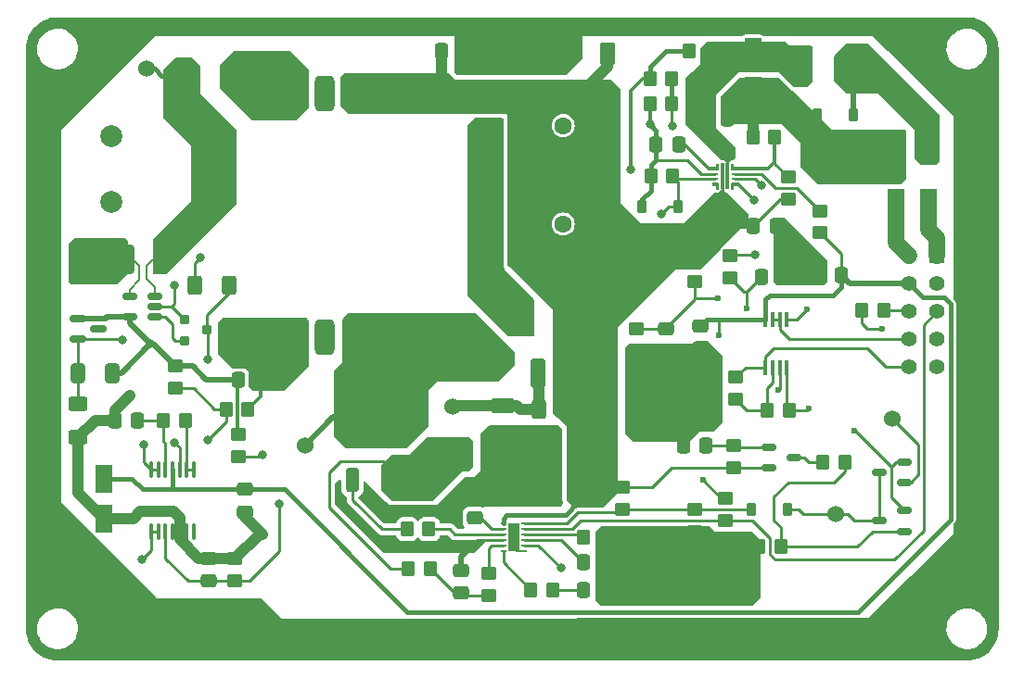
<source format=gbr>
G04 #@! TF.GenerationSoftware,KiCad,Pcbnew,7.0.7*
G04 #@! TF.CreationDate,2023-09-15T22:30:58+02:00*
G04 #@! TF.ProjectId,Nixie PSU,4e697869-6520-4505-9355-2e6b69636164,rev?*
G04 #@! TF.SameCoordinates,Original*
G04 #@! TF.FileFunction,Copper,L1,Top*
G04 #@! TF.FilePolarity,Positive*
%FSLAX46Y46*%
G04 Gerber Fmt 4.6, Leading zero omitted, Abs format (unit mm)*
G04 Created by KiCad (PCBNEW 7.0.7) date 2023-09-15 22:30:58*
%MOMM*%
%LPD*%
G01*
G04 APERTURE LIST*
G04 Aperture macros list*
%AMRoundRect*
0 Rectangle with rounded corners*
0 $1 Rounding radius*
0 $2 $3 $4 $5 $6 $7 $8 $9 X,Y pos of 4 corners*
0 Add a 4 corners polygon primitive as box body*
4,1,4,$2,$3,$4,$5,$6,$7,$8,$9,$2,$3,0*
0 Add four circle primitives for the rounded corners*
1,1,$1+$1,$2,$3*
1,1,$1+$1,$4,$5*
1,1,$1+$1,$6,$7*
1,1,$1+$1,$8,$9*
0 Add four rect primitives between the rounded corners*
20,1,$1+$1,$2,$3,$4,$5,0*
20,1,$1+$1,$4,$5,$6,$7,0*
20,1,$1+$1,$6,$7,$8,$9,0*
20,1,$1+$1,$8,$9,$2,$3,0*%
%AMFreePoly0*
4,1,12,0.150002,0.449999,0.150002,-0.100002,0.100000,-0.150002,-0.399999,-0.150000,-0.449999,-0.100002,-0.449999,0.100000,-0.399999,0.150000,-0.100000,0.150000,-0.100000,0.449999,-0.050000,0.499999,0.100000,0.499999,0.150002,0.449999,0.150002,0.449999,$1*%
%AMFreePoly1*
4,1,12,0.149997,0.149997,0.149999,-0.400002,0.099997,-0.450002,-0.050000,-0.450002,-0.100000,-0.400002,-0.100003,-0.100003,-0.400002,-0.100003,-0.450002,-0.050003,-0.450002,0.149999,-0.400002,0.199997,0.099997,0.199999,0.149997,0.149997,0.149997,0.149997,$1*%
%AMFreePoly2*
4,1,12,0.400002,0.199997,0.450002,0.149999,0.450002,-0.050003,0.400002,-0.100003,0.100003,-0.100003,0.100000,-0.400002,0.050000,-0.450002,-0.099997,-0.450002,-0.149999,-0.400002,-0.149999,0.149999,-0.099997,0.199999,0.400002,0.199997,0.400002,0.199997,$1*%
%AMFreePoly3*
4,1,12,0.100000,0.449999,0.100003,0.150000,0.400002,0.150000,0.450002,0.100000,0.450002,-0.100002,0.400002,-0.150000,-0.099997,-0.150002,-0.149999,-0.100002,-0.149999,0.449999,-0.099997,0.499999,0.050000,0.499999,0.100000,0.449999,0.100000,0.449999,$1*%
G04 Aperture macros list end*
G04 #@! TA.AperFunction,SMDPad,CuDef*
%ADD10RoundRect,0.150000X-0.587500X-0.150000X0.587500X-0.150000X0.587500X0.150000X-0.587500X0.150000X0*%
G04 #@! TD*
G04 #@! TA.AperFunction,ComponentPad*
%ADD11R,1.600000X1.600000*%
G04 #@! TD*
G04 #@! TA.AperFunction,ComponentPad*
%ADD12C,1.600000*%
G04 #@! TD*
G04 #@! TA.AperFunction,SMDPad,CuDef*
%ADD13RoundRect,0.250000X-0.625000X0.400000X-0.625000X-0.400000X0.625000X-0.400000X0.625000X0.400000X0*%
G04 #@! TD*
G04 #@! TA.AperFunction,SMDPad,CuDef*
%ADD14RoundRect,0.250000X-0.450000X0.350000X-0.450000X-0.350000X0.450000X-0.350000X0.450000X0.350000X0*%
G04 #@! TD*
G04 #@! TA.AperFunction,SMDPad,CuDef*
%ADD15RoundRect,0.250000X-0.337500X-0.475000X0.337500X-0.475000X0.337500X0.475000X-0.337500X0.475000X0*%
G04 #@! TD*
G04 #@! TA.AperFunction,SMDPad,CuDef*
%ADD16RoundRect,0.250000X-0.475000X0.337500X-0.475000X-0.337500X0.475000X-0.337500X0.475000X0.337500X0*%
G04 #@! TD*
G04 #@! TA.AperFunction,SMDPad,CuDef*
%ADD17RoundRect,0.250000X0.800000X-0.450000X0.800000X0.450000X-0.800000X0.450000X-0.800000X-0.450000X0*%
G04 #@! TD*
G04 #@! TA.AperFunction,SMDPad,CuDef*
%ADD18RoundRect,0.250000X-0.412500X-1.100000X0.412500X-1.100000X0.412500X1.100000X-0.412500X1.100000X0*%
G04 #@! TD*
G04 #@! TA.AperFunction,SMDPad,CuDef*
%ADD19RoundRect,0.250000X-0.400000X-0.625000X0.400000X-0.625000X0.400000X0.625000X-0.400000X0.625000X0*%
G04 #@! TD*
G04 #@! TA.AperFunction,SMDPad,CuDef*
%ADD20RoundRect,0.150000X0.512500X0.150000X-0.512500X0.150000X-0.512500X-0.150000X0.512500X-0.150000X0*%
G04 #@! TD*
G04 #@! TA.AperFunction,ComponentPad*
%ADD21C,1.530000*%
G04 #@! TD*
G04 #@! TA.AperFunction,SMDPad,CuDef*
%ADD22RoundRect,0.225000X-0.225000X-0.375000X0.225000X-0.375000X0.225000X0.375000X-0.225000X0.375000X0*%
G04 #@! TD*
G04 #@! TA.AperFunction,SMDPad,CuDef*
%ADD23RoundRect,0.250000X0.337500X0.475000X-0.337500X0.475000X-0.337500X-0.475000X0.337500X-0.475000X0*%
G04 #@! TD*
G04 #@! TA.AperFunction,SMDPad,CuDef*
%ADD24RoundRect,0.250000X0.475000X-0.337500X0.475000X0.337500X-0.475000X0.337500X-0.475000X-0.337500X0*%
G04 #@! TD*
G04 #@! TA.AperFunction,SMDPad,CuDef*
%ADD25RoundRect,0.250000X0.450000X-0.350000X0.450000X0.350000X-0.450000X0.350000X-0.450000X-0.350000X0*%
G04 #@! TD*
G04 #@! TA.AperFunction,SMDPad,CuDef*
%ADD26RoundRect,0.250000X-0.450000X-0.800000X0.450000X-0.800000X0.450000X0.800000X-0.450000X0.800000X0*%
G04 #@! TD*
G04 #@! TA.AperFunction,ComponentPad*
%ADD27C,2.000000*%
G04 #@! TD*
G04 #@! TA.AperFunction,SMDPad,CuDef*
%ADD28RoundRect,0.150000X-0.512500X-0.150000X0.512500X-0.150000X0.512500X0.150000X-0.512500X0.150000X0*%
G04 #@! TD*
G04 #@! TA.AperFunction,SMDPad,CuDef*
%ADD29RoundRect,0.250000X0.412500X0.650000X-0.412500X0.650000X-0.412500X-0.650000X0.412500X-0.650000X0*%
G04 #@! TD*
G04 #@! TA.AperFunction,SMDPad,CuDef*
%ADD30RoundRect,0.250000X0.350000X0.450000X-0.350000X0.450000X-0.350000X-0.450000X0.350000X-0.450000X0*%
G04 #@! TD*
G04 #@! TA.AperFunction,SMDPad,CuDef*
%ADD31R,0.450000X1.450000*%
G04 #@! TD*
G04 #@! TA.AperFunction,SMDPad,CuDef*
%ADD32RoundRect,0.250000X-0.550000X1.050000X-0.550000X-1.050000X0.550000X-1.050000X0.550000X1.050000X0*%
G04 #@! TD*
G04 #@! TA.AperFunction,SMDPad,CuDef*
%ADD33RoundRect,0.250000X0.450000X0.800000X-0.450000X0.800000X-0.450000X-0.800000X0.450000X-0.800000X0*%
G04 #@! TD*
G04 #@! TA.AperFunction,ComponentPad*
%ADD34R,1.390000X1.390000*%
G04 #@! TD*
G04 #@! TA.AperFunction,ComponentPad*
%ADD35C,1.390000*%
G04 #@! TD*
G04 #@! TA.AperFunction,SMDPad,CuDef*
%ADD36RoundRect,0.250000X-1.100000X0.412500X-1.100000X-0.412500X1.100000X-0.412500X1.100000X0.412500X0*%
G04 #@! TD*
G04 #@! TA.AperFunction,SMDPad,CuDef*
%ADD37RoundRect,0.250000X0.400000X0.625000X-0.400000X0.625000X-0.400000X-0.625000X0.400000X-0.625000X0*%
G04 #@! TD*
G04 #@! TA.AperFunction,SMDPad,CuDef*
%ADD38RoundRect,0.200000X-0.250000X0.200000X-0.250000X-0.200000X0.250000X-0.200000X0.250000X0.200000X0*%
G04 #@! TD*
G04 #@! TA.AperFunction,SMDPad,CuDef*
%ADD39FreePoly0,180.000000*%
G04 #@! TD*
G04 #@! TA.AperFunction,SMDPad,CuDef*
%ADD40R,0.599999X0.249999*%
G04 #@! TD*
G04 #@! TA.AperFunction,SMDPad,CuDef*
%ADD41FreePoly1,180.000000*%
G04 #@! TD*
G04 #@! TA.AperFunction,SMDPad,CuDef*
%ADD42R,0.299999X2.400000*%
G04 #@! TD*
G04 #@! TA.AperFunction,SMDPad,CuDef*
%ADD43FreePoly2,180.000000*%
G04 #@! TD*
G04 #@! TA.AperFunction,SMDPad,CuDef*
%ADD44FreePoly3,180.000000*%
G04 #@! TD*
G04 #@! TA.AperFunction,SMDPad,CuDef*
%ADD45RoundRect,0.250000X0.400000X1.075000X-0.400000X1.075000X-0.400000X-1.075000X0.400000X-1.075000X0*%
G04 #@! TD*
G04 #@! TA.AperFunction,SMDPad,CuDef*
%ADD46RoundRect,0.225000X0.225000X0.375000X-0.225000X0.375000X-0.225000X-0.375000X0.225000X-0.375000X0*%
G04 #@! TD*
G04 #@! TA.AperFunction,SMDPad,CuDef*
%ADD47RoundRect,0.250000X0.412500X1.100000X-0.412500X1.100000X-0.412500X-1.100000X0.412500X-1.100000X0*%
G04 #@! TD*
G04 #@! TA.AperFunction,SMDPad,CuDef*
%ADD48RoundRect,0.100000X-0.100000X0.637500X-0.100000X-0.637500X0.100000X-0.637500X0.100000X0.637500X0*%
G04 #@! TD*
G04 #@! TA.AperFunction,SMDPad,CuDef*
%ADD49RoundRect,0.250000X0.350000X-0.850000X0.350000X0.850000X-0.350000X0.850000X-0.350000X-0.850000X0*%
G04 #@! TD*
G04 #@! TA.AperFunction,SMDPad,CuDef*
%ADD50RoundRect,0.250000X1.125000X-1.275000X1.125000X1.275000X-1.125000X1.275000X-1.125000X-1.275000X0*%
G04 #@! TD*
G04 #@! TA.AperFunction,SMDPad,CuDef*
%ADD51RoundRect,0.249997X2.650003X-2.950003X2.650003X2.950003X-2.650003X2.950003X-2.650003X-2.950003X0*%
G04 #@! TD*
G04 #@! TA.AperFunction,SMDPad,CuDef*
%ADD52RoundRect,0.250000X-0.350000X-0.450000X0.350000X-0.450000X0.350000X0.450000X-0.350000X0.450000X0*%
G04 #@! TD*
G04 #@! TA.AperFunction,SMDPad,CuDef*
%ADD53RoundRect,0.447500X0.447500X-1.202500X0.447500X1.202500X-0.447500X1.202500X-0.447500X-1.202500X0*%
G04 #@! TD*
G04 #@! TA.AperFunction,SMDPad,CuDef*
%ADD54RoundRect,0.250000X0.400000X1.450000X-0.400000X1.450000X-0.400000X-1.450000X0.400000X-1.450000X0*%
G04 #@! TD*
G04 #@! TA.AperFunction,SMDPad,CuDef*
%ADD55R,0.499999X0.249999*%
G04 #@! TD*
G04 #@! TA.AperFunction,ComponentPad*
%ADD56C,0.600000*%
G04 #@! TD*
G04 #@! TA.AperFunction,SMDPad,CuDef*
%ADD57R,1.000000X2.650000*%
G04 #@! TD*
G04 #@! TA.AperFunction,SMDPad,CuDef*
%ADD58R,1.500000X2.750000*%
G04 #@! TD*
G04 #@! TA.AperFunction,ViaPad*
%ADD59C,0.600000*%
G04 #@! TD*
G04 #@! TA.AperFunction,ViaPad*
%ADD60C,0.800000*%
G04 #@! TD*
G04 #@! TA.AperFunction,Conductor*
%ADD61C,1.000000*%
G04 #@! TD*
G04 #@! TA.AperFunction,Conductor*
%ADD62C,0.250000*%
G04 #@! TD*
G04 #@! TA.AperFunction,Conductor*
%ADD63C,0.500000*%
G04 #@! TD*
G04 #@! TA.AperFunction,Conductor*
%ADD64C,0.200000*%
G04 #@! TD*
G04 #@! TA.AperFunction,Conductor*
%ADD65C,0.400000*%
G04 #@! TD*
G04 #@! TA.AperFunction,Conductor*
%ADD66C,0.300000*%
G04 #@! TD*
G04 #@! TA.AperFunction,Conductor*
%ADD67C,1.500000*%
G04 #@! TD*
G04 #@! TA.AperFunction,Conductor*
%ADD68C,2.000000*%
G04 #@! TD*
G04 APERTURE END LIST*
D10*
X111838500Y-82616000D03*
X111838500Y-84516000D03*
X113713500Y-83566000D03*
D11*
X159652651Y-65000000D03*
D12*
X156152651Y-65000000D03*
X157000000Y-82000000D03*
X152000000Y-82000000D03*
D13*
X111887000Y-90398000D03*
X111887000Y-93498000D03*
D14*
X168148000Y-100092000D03*
X168148000Y-102092000D03*
D15*
X157966500Y-104902000D03*
X160041500Y-104902000D03*
D14*
X161544000Y-98060000D03*
X161544000Y-100060000D03*
D16*
X146812000Y-105642500D03*
X146812000Y-107717500D03*
D17*
X150622000Y-90592000D03*
X150622000Y-86192000D03*
D18*
X148937500Y-66000000D03*
X152062500Y-66000000D03*
D19*
X147040000Y-95250000D03*
X150140000Y-95250000D03*
D20*
X187301500Y-102096000D03*
X187301500Y-100196000D03*
X185026500Y-101146000D03*
D21*
X164500000Y-90000000D03*
D22*
X179350000Y-64000000D03*
X182650000Y-64000000D03*
D21*
X118100000Y-59800000D03*
D23*
X117318700Y-91948000D03*
X115243700Y-91948000D03*
D24*
X168656000Y-85365500D03*
X168656000Y-83290500D03*
D25*
X176700000Y-71700000D03*
X176700000Y-69700000D03*
D21*
X132588000Y-94234000D03*
D14*
X149352000Y-105934000D03*
X149352000Y-107934000D03*
D25*
X126492000Y-95234000D03*
X126492000Y-93234000D03*
D15*
X173526500Y-74146000D03*
X175601500Y-74146000D03*
D11*
X159652651Y-74000000D03*
D12*
X156152651Y-74000000D03*
D26*
X121879000Y-60452000D03*
X126279000Y-60452000D03*
D27*
X124888000Y-66000000D03*
X114888000Y-66000000D03*
D28*
X174926500Y-94396000D03*
X174926500Y-96296000D03*
X177201500Y-95346000D03*
D25*
X162800000Y-85600000D03*
X162800000Y-83600000D03*
D23*
X157501500Y-99060000D03*
X155426500Y-99060000D03*
D20*
X187301500Y-97650000D03*
X187301500Y-95750000D03*
X185026500Y-96700000D03*
D21*
X164084000Y-79248000D03*
D29*
X114973500Y-87630000D03*
X111848500Y-87630000D03*
D30*
X176000000Y-103500000D03*
X174000000Y-103500000D03*
D23*
X157501500Y-96520000D03*
X155426500Y-96520000D03*
X181537500Y-78700000D03*
X179462500Y-78700000D03*
D31*
X174625000Y-87100000D03*
X175275000Y-87100000D03*
X175925000Y-87100000D03*
X176575000Y-87100000D03*
X176575000Y-82700000D03*
X175925000Y-82700000D03*
X175275000Y-82700000D03*
X174625000Y-82700000D03*
D15*
X157966500Y-107442000D03*
X160041500Y-107442000D03*
D23*
X157501500Y-93726000D03*
X155426500Y-93726000D03*
D32*
X173464000Y-58246000D03*
X173464000Y-61846000D03*
D33*
X160200000Y-58420000D03*
X155800000Y-58420000D03*
D30*
X181848000Y-95758000D03*
X179848000Y-95758000D03*
D34*
X190270000Y-76920000D03*
D35*
X187730000Y-76920000D03*
X190270000Y-79460000D03*
X187730000Y-79460000D03*
X190270000Y-82000000D03*
X187730000Y-82000000D03*
X190270000Y-84540000D03*
X187730000Y-84540000D03*
X190270000Y-87080000D03*
X187730000Y-87080000D03*
D36*
X152000000Y-58437500D03*
X152000000Y-61562500D03*
D24*
X148082000Y-100859500D03*
X148082000Y-98784500D03*
D21*
X146050000Y-90678000D03*
D25*
X171900000Y-90000000D03*
X171900000Y-88000000D03*
D37*
X156998000Y-90932000D03*
X153898000Y-90932000D03*
D25*
X168148000Y-79232000D03*
X168148000Y-77232000D03*
D23*
X169185500Y-94234000D03*
X167110500Y-94234000D03*
D30*
X166084000Y-62992000D03*
X164084000Y-62992000D03*
D15*
X174262500Y-78800000D03*
X176337500Y-78800000D03*
D30*
X169640000Y-58166000D03*
X167640000Y-58166000D03*
D14*
X170942000Y-99076000D03*
X170942000Y-101076000D03*
D30*
X144000000Y-105500000D03*
X142000000Y-105500000D03*
D38*
X121617500Y-82743000D03*
X121617500Y-84643000D03*
X123617500Y-83693000D03*
D39*
X171664001Y-70346001D03*
D40*
X171814001Y-69871001D03*
X171814001Y-69420999D03*
D41*
X171663998Y-68896002D03*
D42*
X171164000Y-69646000D03*
X170664000Y-69646000D03*
D43*
X170164002Y-68896002D03*
D40*
X170013999Y-69420999D03*
X170013999Y-69871001D03*
D44*
X170164002Y-70346001D03*
D18*
X148937500Y-73000000D03*
X152062500Y-73000000D03*
D14*
X126200000Y-104600000D03*
X126200000Y-106600000D03*
D45*
X119406000Y-77216000D03*
X116306000Y-77216000D03*
D46*
X166650000Y-72390000D03*
X163350000Y-72390000D03*
D47*
X157010500Y-87630000D03*
X153885500Y-87630000D03*
D30*
X175482000Y-66040000D03*
X173482000Y-66040000D03*
D48*
X122450000Y-96437500D03*
X121800000Y-96437500D03*
X121150000Y-96437500D03*
X120500000Y-96437500D03*
X119850000Y-96437500D03*
X119200000Y-96437500D03*
X118550000Y-96437500D03*
X118550000Y-102162500D03*
X119200000Y-102162500D03*
X119850000Y-102162500D03*
X120500000Y-102162500D03*
X121150000Y-102162500D03*
X121800000Y-102162500D03*
X122450000Y-102162500D03*
D18*
X148937500Y-69500000D03*
X152062500Y-69500000D03*
D25*
X179600000Y-74800000D03*
X179600000Y-72800000D03*
D24*
X123800000Y-106637500D03*
X123800000Y-104562500D03*
D32*
X114200000Y-97300000D03*
X114200000Y-100900000D03*
D49*
X136912000Y-97418000D03*
D50*
X137667000Y-92793000D03*
X140717000Y-92793000D03*
D51*
X139192000Y-91118000D03*
D50*
X137667000Y-89443000D03*
X140717000Y-89443000D03*
D49*
X141472000Y-97418000D03*
D52*
X158004000Y-102616000D03*
X160004000Y-102616000D03*
D30*
X176800000Y-91000000D03*
X174800000Y-91000000D03*
D23*
X166701500Y-66746000D03*
X164626500Y-66746000D03*
D46*
X176656000Y-100076000D03*
X173356000Y-100076000D03*
D52*
X125365000Y-90932000D03*
X127365000Y-90932000D03*
D30*
X143900000Y-101900000D03*
X141900000Y-101900000D03*
D21*
X181000000Y-100500000D03*
D53*
X131876800Y-84352200D03*
X134416800Y-84352200D03*
X136956800Y-84352200D03*
X139496800Y-84352200D03*
X142036800Y-84352200D03*
X144576800Y-84352200D03*
X144576800Y-62052200D03*
X142036800Y-62052200D03*
X139496800Y-62052200D03*
X136956800Y-62052200D03*
X134416800Y-62052200D03*
X131876800Y-62052200D03*
D18*
X148937500Y-76500000D03*
X152062500Y-76500000D03*
D24*
X127100000Y-100337500D03*
X127100000Y-98262500D03*
D16*
X165500000Y-83562500D03*
X165500000Y-85637500D03*
D27*
X124888000Y-72009000D03*
X114888000Y-72009000D03*
D30*
X166164000Y-69646000D03*
X164164000Y-69646000D03*
D54*
X182549000Y-59436000D03*
X178099000Y-59436000D03*
D21*
X186200000Y-91800000D03*
D37*
X125650000Y-79600000D03*
X122550000Y-79600000D03*
D55*
X150687999Y-101366000D03*
X150687999Y-101866002D03*
X150687999Y-102366000D03*
X150687999Y-102866000D03*
X150687999Y-103366001D03*
X150687999Y-103866000D03*
X152587998Y-103866000D03*
X152587998Y-103366001D03*
X152587998Y-102866000D03*
X152587998Y-102366000D03*
X152587998Y-101866002D03*
X152587998Y-101366000D03*
D56*
X151637997Y-101600000D03*
X151637997Y-102616000D03*
X151637997Y-103632000D03*
D57*
X151638000Y-102616000D03*
D15*
X145012500Y-58166000D03*
X147087500Y-58166000D03*
X126470500Y-88265000D03*
X128545500Y-88265000D03*
D52*
X183400000Y-81900000D03*
X185400000Y-81900000D03*
D14*
X171400000Y-76900000D03*
X171400000Y-78900000D03*
D25*
X171704000Y-96250000D03*
X171704000Y-94250000D03*
D52*
X164084000Y-60706000D03*
X166084000Y-60706000D03*
D30*
X155178000Y-107442000D03*
X153178000Y-107442000D03*
D15*
X169026500Y-64346000D03*
X171101500Y-64346000D03*
D30*
X121650000Y-91948000D03*
X119650000Y-91948000D03*
D14*
X120777000Y-87011000D03*
X120777000Y-89011000D03*
D20*
X118866500Y-82484000D03*
X118866500Y-81534000D03*
X118866500Y-80584000D03*
X116591500Y-80584000D03*
X116591500Y-82484000D03*
D58*
X189500000Y-66875000D03*
X186500000Y-66875000D03*
X186500000Y-72125000D03*
X189500000Y-72125000D03*
D59*
X112000000Y-61000000D03*
X115000000Y-58000000D03*
D60*
X129794000Y-83312000D03*
D59*
X169000000Y-112000000D03*
X145000000Y-55750000D03*
D60*
X128524000Y-83312000D03*
D59*
X151000000Y-112000000D03*
X150000000Y-60000000D03*
D60*
X127254000Y-84582000D03*
X138600000Y-102300000D03*
X163600000Y-102800000D03*
D59*
X194000000Y-103100000D03*
X194000000Y-82500000D03*
D60*
X182923800Y-67704600D03*
D59*
X147000000Y-55750000D03*
X194000000Y-85500000D03*
X178600000Y-90900000D03*
D60*
X128524000Y-84582000D03*
X128727200Y-102362000D03*
D59*
X129000000Y-112000000D03*
X153000000Y-112000000D03*
X113000000Y-60000000D03*
X182700000Y-92900000D03*
X151000000Y-55750000D03*
X181000000Y-112000000D03*
D60*
X128524000Y-85852000D03*
D59*
X164000000Y-55750000D03*
X157000000Y-55750000D03*
X121000000Y-55750000D03*
X109000000Y-86500000D03*
X125000000Y-55750000D03*
X189500000Y-108000000D03*
X116000000Y-57000000D03*
X174064000Y-55746000D03*
X194000000Y-93000000D03*
X150200000Y-66500000D03*
X121000000Y-112000000D03*
X153000000Y-55750000D03*
D60*
X181857000Y-67704600D03*
D59*
X194000000Y-75000000D03*
X109000000Y-82000000D03*
X109000000Y-70000000D03*
D60*
X153670000Y-93345000D03*
D59*
X111000000Y-62000000D03*
D60*
X171800000Y-102800000D03*
D59*
X186500000Y-111000000D03*
X170300000Y-91900000D03*
X109000000Y-73000000D03*
X150200000Y-65400000D03*
X109000000Y-94000000D03*
D60*
X170400000Y-102800000D03*
D59*
X191000000Y-106500000D03*
X109000000Y-95500000D03*
X194000000Y-66000000D03*
X172064000Y-55746000D03*
X194000000Y-94500000D03*
X194000000Y-72000000D03*
X141000000Y-55750000D03*
X109000000Y-79000000D03*
X109000000Y-74500000D03*
X117000000Y-110000000D03*
D60*
X167800000Y-106800000D03*
D59*
X111000000Y-104000000D03*
D60*
X179491600Y-69057800D03*
D59*
X155000000Y-112000000D03*
D60*
X144900000Y-100400000D03*
D59*
X112000000Y-105000000D03*
X123000000Y-112000000D03*
X185000000Y-112000000D03*
D60*
X127254000Y-85852000D03*
D59*
X150200000Y-75900000D03*
X156000000Y-60000000D03*
X109000000Y-89500000D03*
X137000000Y-55750000D03*
X131000000Y-112000000D03*
D60*
X145200000Y-103600000D03*
D59*
X151500000Y-60000000D03*
X155000000Y-55750000D03*
X176064000Y-55746000D03*
X194000000Y-76500000D03*
X194000000Y-88500000D03*
D60*
X181907800Y-69000000D03*
D59*
X170250000Y-55750000D03*
D60*
X165400000Y-106800000D03*
X129794000Y-85852000D03*
D59*
X157000000Y-112000000D03*
X193400000Y-63900000D03*
X109000000Y-100000000D03*
X114000000Y-107000000D03*
X194000000Y-90000000D03*
X114000000Y-59000000D03*
D60*
X152400000Y-93345000D03*
D59*
X183000000Y-112000000D03*
X109000000Y-67000000D03*
X194000000Y-70500000D03*
X135000000Y-112000000D03*
X194000000Y-73500000D03*
X109000000Y-76000000D03*
X109000000Y-97000000D03*
X194000000Y-97500000D03*
D60*
X141200000Y-103600000D03*
D59*
X109000000Y-88000000D03*
X159000000Y-112000000D03*
X109000000Y-68500000D03*
X188250000Y-58750000D03*
X173000000Y-112000000D03*
X189300000Y-60000000D03*
X192500000Y-105000000D03*
X109000000Y-83500000D03*
X110000000Y-103000000D03*
X109000000Y-71500000D03*
X127000000Y-112000000D03*
X188000000Y-109500000D03*
X182064000Y-55746000D03*
D60*
X162560000Y-104902000D03*
D59*
X147000000Y-112000000D03*
X116000000Y-109000000D03*
D60*
X153670000Y-95885000D03*
D59*
X194000000Y-78000000D03*
D60*
X170400000Y-106700000D03*
D59*
X165000000Y-112000000D03*
X109000000Y-98500000D03*
D60*
X152400000Y-94615000D03*
D59*
X109000000Y-91000000D03*
X194000000Y-67500000D03*
D60*
X153670000Y-97155000D03*
D59*
X167000000Y-112000000D03*
X150200000Y-70100000D03*
X150200000Y-72500000D03*
X123000000Y-55750000D03*
D60*
X125984000Y-85852000D03*
X143300000Y-103600000D03*
D59*
X110000000Y-63000000D03*
X154500000Y-60000000D03*
X109000000Y-77500000D03*
X147000000Y-60000000D03*
X192000000Y-62600000D03*
X139000000Y-112000000D03*
D60*
X125984000Y-83312000D03*
X153670000Y-94615000D03*
D59*
X185750000Y-56250000D03*
D60*
X180688600Y-68949200D03*
D59*
X117000000Y-56000000D03*
X139000000Y-55750000D03*
D60*
X123063000Y-77089000D03*
D59*
X129000000Y-55750000D03*
X178064000Y-55746000D03*
X109000000Y-92500000D03*
X119000000Y-112000000D03*
X190600000Y-61200000D03*
D60*
X180688600Y-66333000D03*
D59*
X145000000Y-112000000D03*
X194000000Y-79500000D03*
X168000000Y-55750000D03*
X194000000Y-81000000D03*
D60*
X152400000Y-95885000D03*
D59*
X150200000Y-73600000D03*
X143000000Y-112000000D03*
D60*
X116586000Y-89662000D03*
D59*
X177400000Y-76200000D03*
X194000000Y-69000000D03*
X109000000Y-64000000D03*
X119000000Y-55750000D03*
D60*
X137100000Y-100800000D03*
D59*
X109000000Y-65500000D03*
X179000000Y-112000000D03*
X177000000Y-112000000D03*
X180064000Y-55746000D03*
X194000000Y-100900000D03*
X135000000Y-55750000D03*
D60*
X165300000Y-102800000D03*
D59*
X161000000Y-112000000D03*
D60*
X151130000Y-93345000D03*
D59*
X194000000Y-91500000D03*
X109000000Y-80500000D03*
X194000000Y-84000000D03*
D60*
X151130000Y-97155000D03*
D59*
X133000000Y-112000000D03*
D60*
X179494800Y-66358400D03*
D59*
X175000000Y-112000000D03*
X150200000Y-77000000D03*
X118000000Y-111000000D03*
X153000000Y-60000000D03*
D60*
X163600000Y-106800000D03*
D59*
X137000000Y-112000000D03*
D60*
X181857000Y-66333000D03*
X129794000Y-84582000D03*
D59*
X143000000Y-55750000D03*
D60*
X147574000Y-103632000D03*
X171900000Y-106700000D03*
D59*
X162000000Y-55750000D03*
X187000000Y-57500000D03*
X125000000Y-112000000D03*
X131000000Y-55750000D03*
X127000000Y-55750000D03*
D60*
X127254000Y-83312000D03*
D59*
X150200000Y-69000000D03*
X109000000Y-102000000D03*
X184064000Y-55746000D03*
D60*
X140600000Y-100400000D03*
X164100000Y-64900000D03*
D59*
X166000000Y-55750000D03*
D60*
X142741291Y-100400000D03*
X125984000Y-84582000D03*
D59*
X149000000Y-112000000D03*
X149000000Y-55750000D03*
D60*
X179596400Y-67730000D03*
X180688600Y-67730000D03*
D59*
X194000000Y-96000000D03*
X141000000Y-112000000D03*
D60*
X182923800Y-66333000D03*
D59*
X163000000Y-112000000D03*
X148500000Y-60000000D03*
X109000000Y-85000000D03*
D60*
X183000000Y-69000000D03*
X152400000Y-97155000D03*
D59*
X194000000Y-99000000D03*
D60*
X138900000Y-99700000D03*
D59*
X133000000Y-55750000D03*
X159000000Y-55750000D03*
X115000000Y-108000000D03*
X171000000Y-112000000D03*
X194000000Y-87000000D03*
X113000000Y-106000000D03*
X168900000Y-97400000D03*
X170400000Y-84200000D03*
D60*
X121562500Y-75334500D03*
X118491000Y-84963000D03*
X115951000Y-84582000D03*
X120650000Y-79629000D03*
D59*
X172900000Y-81700000D03*
X175800000Y-89200000D03*
D60*
X117703600Y-104698800D03*
D59*
X178400000Y-81800000D03*
X170300000Y-80800000D03*
D60*
X130251200Y-99568000D03*
X128701800Y-95123000D03*
D59*
X185300000Y-83600000D03*
D60*
X123698000Y-86360000D03*
X120700000Y-94000000D03*
X123698000Y-93726000D03*
X155930600Y-105460800D03*
X117900000Y-94200000D03*
X173600000Y-71800000D03*
X162300000Y-69000000D03*
X173700000Y-76800000D03*
X165100000Y-73100000D03*
X111760000Y-78740000D03*
X111760000Y-77470000D03*
X111760000Y-76200000D03*
X113030000Y-77470000D03*
X114300000Y-77470000D03*
X113030000Y-78740000D03*
X114300000Y-78740000D03*
X114300000Y-76200000D03*
X113030000Y-76200000D03*
X166100000Y-65000000D03*
X174300000Y-70500000D03*
D61*
X171101500Y-64346000D02*
X173410000Y-64346000D01*
D62*
X150140000Y-95224000D02*
X150140000Y-95250000D01*
D63*
X155800000Y-58420000D02*
X152017500Y-58420000D01*
D62*
X168384000Y-85637500D02*
X168656000Y-85365500D01*
X150687999Y-102866000D02*
X148340000Y-102866000D01*
X164500000Y-90000000D02*
X165500000Y-89000000D01*
X121800000Y-102162500D02*
X121150000Y-102162500D01*
D63*
X160041500Y-107442000D02*
X160041500Y-107420500D01*
D62*
X186300000Y-99200000D02*
X186100000Y-99000000D01*
X165500000Y-89000000D02*
X165500000Y-85637500D01*
D61*
X123800000Y-104562500D02*
X122900000Y-104562500D01*
X179491600Y-66361600D02*
X179494800Y-66358400D01*
X127100000Y-100337500D02*
X127100000Y-100734800D01*
D62*
X165500000Y-85637500D02*
X168384000Y-85637500D01*
X148340000Y-102866000D02*
X147574000Y-103632000D01*
X175601500Y-74146000D02*
X175601500Y-76301500D01*
D63*
X155426500Y-96520000D02*
X155426500Y-93726000D01*
D62*
X176400000Y-77100000D02*
X176450000Y-77150000D01*
D63*
X179350000Y-66213600D02*
X179494800Y-66358400D01*
D64*
X151871997Y-103866000D02*
X151637997Y-103632000D01*
D62*
X175601500Y-76301500D02*
X176400000Y-77100000D01*
X122550000Y-79600000D02*
X122550000Y-77602000D01*
D61*
X173464000Y-61846000D02*
X174982400Y-61846000D01*
D62*
X176400000Y-77100000D02*
X176400000Y-78737500D01*
D61*
X173410000Y-64346000D02*
X173464000Y-64400000D01*
D63*
X179350000Y-64000000D02*
X179350000Y-66213600D01*
D61*
X127100000Y-100734800D02*
X128727200Y-102362000D01*
D65*
X164164000Y-69646000D02*
X164164000Y-68636000D01*
X164164000Y-68636000D02*
X164626500Y-68173500D01*
D62*
X168720999Y-69420999D02*
X167473500Y-68173500D01*
X187301500Y-95750000D02*
X186550000Y-95750000D01*
X162800000Y-85600000D02*
X165462500Y-85600000D01*
X150140000Y-95250000D02*
X150368000Y-95250000D01*
X168148000Y-104252000D02*
X167400000Y-105000000D01*
D63*
X146812000Y-105642500D02*
X146812000Y-104394000D01*
D62*
X120500000Y-102162500D02*
X121150000Y-102162500D01*
X186550000Y-95750000D02*
X186100000Y-96200000D01*
X167110500Y-92610500D02*
X164500000Y-90000000D01*
D61*
X122900000Y-104562500D02*
X121150000Y-102812500D01*
D62*
X176575000Y-90775000D02*
X176800000Y-91000000D01*
X165462500Y-85600000D02*
X165500000Y-85637500D01*
D63*
X160004000Y-102616000D02*
X160054800Y-102666800D01*
D65*
X164626500Y-66746000D02*
X164626500Y-65426500D01*
D61*
X113437000Y-91948000D02*
X111887000Y-93498000D01*
D62*
X187296000Y-100196000D02*
X186300000Y-99200000D01*
D61*
X115243700Y-91948000D02*
X115243700Y-91004300D01*
D62*
X178500000Y-91000000D02*
X178600000Y-90900000D01*
D63*
X147087500Y-58166000D02*
X151728500Y-58166000D01*
D62*
X176400000Y-78737500D02*
X176337500Y-78800000D01*
D61*
X121150000Y-102162500D02*
X121150000Y-100850000D01*
X183000000Y-69000000D02*
X183000000Y-66409200D01*
X117500000Y-100300000D02*
X116900000Y-100900000D01*
D63*
X162560000Y-103733600D02*
X162560000Y-104902000D01*
X151728500Y-58166000D02*
X152000000Y-58437500D01*
D62*
X122550000Y-77602000D02*
X123063000Y-77089000D01*
X170300000Y-105000000D02*
X167400000Y-105000000D01*
X168148000Y-102092000D02*
X168148000Y-104252000D01*
D65*
X164626500Y-68173500D02*
X164626500Y-66746000D01*
D61*
X173464000Y-64400000D02*
X173464000Y-66022000D01*
X116900000Y-100900000D02*
X114200000Y-100900000D01*
D62*
X168400000Y-90000000D02*
X170300000Y-91900000D01*
X178000000Y-78700000D02*
X179462500Y-78700000D01*
D66*
X128545500Y-89751500D02*
X128545500Y-88265000D01*
D62*
X164500000Y-90000000D02*
X168400000Y-90000000D01*
D61*
X111887000Y-98587000D02*
X111887000Y-93498000D01*
D63*
X161493200Y-102666800D02*
X162560000Y-103733600D01*
X160041500Y-107420500D02*
X162560000Y-104902000D01*
D61*
X121150000Y-102812500D02*
X121150000Y-102162500D01*
X183000000Y-66409200D02*
X182923800Y-66333000D01*
D65*
X164164000Y-70936000D02*
X164164000Y-69646000D01*
D62*
X176575000Y-87100000D02*
X176575000Y-90775000D01*
X131876800Y-84352200D02*
X132000000Y-84229000D01*
D61*
X120600000Y-100300000D02*
X117500000Y-100300000D01*
D63*
X160004000Y-104864500D02*
X160041500Y-104902000D01*
D61*
X182942200Y-69057800D02*
X183000000Y-69000000D01*
D62*
X176800000Y-91000000D02*
X178500000Y-91000000D01*
X167400000Y-105000000D02*
X162658000Y-105000000D01*
X162658000Y-105000000D02*
X162560000Y-104902000D01*
D65*
X164626500Y-65426500D02*
X164100000Y-64900000D01*
D62*
X167473500Y-68173500D02*
X164626500Y-68173500D01*
D66*
X127365000Y-90932000D02*
X128545500Y-89751500D01*
D63*
X160041500Y-104902000D02*
X162560000Y-104902000D01*
D61*
X179491600Y-69057800D02*
X182942200Y-69057800D01*
X174982400Y-61846000D02*
X179494800Y-66358400D01*
D63*
X160054800Y-102666800D02*
X161493200Y-102666800D01*
D65*
X163350000Y-71750000D02*
X164164000Y-70936000D01*
D66*
X164084000Y-64884000D02*
X164100000Y-64900000D01*
D63*
X146812000Y-104394000D02*
X147574000Y-103632000D01*
D61*
X179491600Y-69057800D02*
X179491600Y-66361600D01*
X179520200Y-66333000D02*
X179494800Y-66358400D01*
D66*
X164084000Y-62992000D02*
X164084000Y-64884000D01*
D65*
X163350000Y-72390000D02*
X163350000Y-71750000D01*
D62*
X182800000Y-92900000D02*
X182700000Y-92900000D01*
X170013999Y-69420999D02*
X168720999Y-69420999D01*
X171800000Y-103500000D02*
X170300000Y-105000000D01*
D61*
X173464000Y-66022000D02*
X173482000Y-66040000D01*
X114200000Y-100900000D02*
X111887000Y-98587000D01*
D64*
X152587998Y-103866000D02*
X151871997Y-103866000D01*
D61*
X182923800Y-66333000D02*
X179520200Y-66333000D01*
D63*
X150368000Y-95478000D02*
X150140000Y-95250000D01*
D62*
X187301500Y-100196000D02*
X187296000Y-100196000D01*
D61*
X123837500Y-104600000D02*
X123800000Y-104562500D01*
D63*
X160274000Y-102346000D02*
X160004000Y-102616000D01*
X152017500Y-58420000D02*
X152000000Y-58437500D01*
D62*
X174000000Y-103500000D02*
X171800000Y-103500000D01*
D61*
X128438000Y-102362000D02*
X126200000Y-104600000D01*
D62*
X186100000Y-96200000D02*
X182800000Y-92900000D01*
X167110500Y-94234000D02*
X167110500Y-92610500D01*
D61*
X128727200Y-102362000D02*
X128438000Y-102362000D01*
X115243700Y-91004300D02*
X116586000Y-89662000D01*
X173464000Y-61846000D02*
X173464000Y-64400000D01*
D62*
X186100000Y-99000000D02*
X186100000Y-96200000D01*
D61*
X121150000Y-100850000D02*
X120600000Y-100300000D01*
X126200000Y-104600000D02*
X123837500Y-104600000D01*
D67*
X183753400Y-66875000D02*
X182923800Y-67704600D01*
X186500000Y-66875000D02*
X183753400Y-66875000D01*
D62*
X176450000Y-77150000D02*
X178000000Y-78700000D01*
D61*
X115243700Y-91948000D02*
X113437000Y-91948000D01*
D62*
X176450000Y-77150000D02*
X177400000Y-76200000D01*
D67*
X159652651Y-74000000D02*
X159652651Y-75700000D01*
X139496800Y-62052200D02*
X136956800Y-62052200D01*
D61*
X156998000Y-90932000D02*
X157501500Y-91435500D01*
D67*
X151510300Y-62052200D02*
X152000000Y-61562500D01*
D63*
X168148000Y-75948000D02*
X167900000Y-75700000D01*
D67*
X157752200Y-62052200D02*
X151510300Y-62052200D01*
D65*
X156324400Y-100622000D02*
X151007000Y-100622000D01*
D67*
X152062500Y-66000000D02*
X152062500Y-69500000D01*
D62*
X176700000Y-71700000D02*
X175972500Y-71700000D01*
D65*
X157501500Y-99444900D02*
X156362400Y-100584000D01*
D62*
X150687999Y-101366000D02*
X150687999Y-100991001D01*
D65*
X151007000Y-100622000D02*
X150687999Y-100941001D01*
D67*
X159652651Y-79347349D02*
X157000000Y-82000000D01*
X152062500Y-76500000D02*
X152062500Y-73000000D01*
X159652651Y-75700000D02*
X159652651Y-79347349D01*
D62*
X164240000Y-98060000D02*
X161544000Y-98060000D01*
D61*
X156998000Y-87642500D02*
X157010500Y-87630000D01*
D67*
X159652651Y-63952651D02*
X157752200Y-62052200D01*
X144576800Y-62052200D02*
X151510300Y-62052200D01*
D62*
X166050000Y-96250000D02*
X164240000Y-98060000D01*
D61*
X145012500Y-58166000D02*
X145012500Y-61616500D01*
D63*
X170664000Y-72936000D02*
X167900000Y-75700000D01*
D62*
X151095000Y-100584000D02*
X156362400Y-100584000D01*
D67*
X152062500Y-62604400D02*
X151510300Y-62052200D01*
D61*
X158501500Y-98060000D02*
X161544000Y-98060000D01*
D63*
X171874000Y-74146000D02*
X170664000Y-72936000D01*
X167900000Y-75700000D02*
X159652651Y-75700000D01*
D67*
X159652651Y-65000000D02*
X159652651Y-63952651D01*
D61*
X157501500Y-99060000D02*
X158501500Y-98060000D01*
D65*
X150687999Y-100941001D02*
X150687999Y-101341002D01*
D62*
X174926500Y-96296000D02*
X171750000Y-96296000D01*
D66*
X164084000Y-79248000D02*
X159752000Y-79248000D01*
D67*
X152062500Y-66000000D02*
X152062500Y-62604400D01*
D61*
X160200000Y-58420000D02*
X160200000Y-59604400D01*
D62*
X170664000Y-69646000D02*
X170664000Y-72936000D01*
X150687999Y-100991001D02*
X151095000Y-100584000D01*
D67*
X157000000Y-87619500D02*
X157010500Y-87630000D01*
D61*
X157501500Y-97282000D02*
X157501500Y-96520000D01*
X160200000Y-59604400D02*
X157752200Y-62052200D01*
X157501500Y-91435500D02*
X157501500Y-92608400D01*
X157501500Y-99060000D02*
X157501500Y-97282000D01*
D67*
X159652651Y-65000000D02*
X159652651Y-74000000D01*
D61*
X157501500Y-96520000D02*
X157501500Y-93726000D01*
D67*
X152062500Y-69500000D02*
X152062500Y-73000000D01*
D62*
X175972500Y-71700000D02*
X173526500Y-74146000D01*
D67*
X157000000Y-82000000D02*
X157000000Y-87619500D01*
X142036800Y-62052200D02*
X144576800Y-62052200D01*
D65*
X156362400Y-100584000D02*
X156324400Y-100622000D01*
D61*
X157501500Y-92608400D02*
X157501500Y-93726000D01*
D62*
X171704000Y-96250000D02*
X166050000Y-96250000D01*
D67*
X142036800Y-62052200D02*
X139496800Y-62052200D01*
D62*
X171750000Y-96296000D02*
X171704000Y-96250000D01*
D63*
X168148000Y-77232000D02*
X168148000Y-75948000D01*
X173526500Y-74146000D02*
X171874000Y-74146000D01*
D65*
X157501500Y-99060000D02*
X157501500Y-99444900D01*
D61*
X156998000Y-90932000D02*
X156998000Y-87642500D01*
X145012500Y-61616500D02*
X144576800Y-62052200D01*
D66*
X159752000Y-79248000D02*
X159652651Y-79347349D01*
D65*
X130744000Y-98262500D02*
X127100000Y-98262500D01*
X114200000Y-97300000D02*
X116800000Y-97300000D01*
X120500000Y-96437500D02*
X120500000Y-98162500D01*
X120500000Y-98162500D02*
X120400000Y-98262500D01*
D62*
X170942000Y-99076000D02*
X170576000Y-99076000D01*
D65*
X174625000Y-80875000D02*
X175000000Y-80500000D01*
X188970000Y-80700000D02*
X187730000Y-79460000D01*
D63*
X181537500Y-78700000D02*
X182297500Y-79460000D01*
D65*
X183026000Y-109474000D02*
X191500000Y-101000000D01*
X175000000Y-80500000D02*
X180800000Y-80500000D01*
X130744000Y-98262500D02*
X141955500Y-109474000D01*
X169246500Y-82700000D02*
X168656000Y-83290500D01*
X160782000Y-109474000D02*
X141955500Y-109474000D01*
D62*
X170400000Y-84200000D02*
X170400000Y-82700000D01*
D65*
X174625000Y-82700000D02*
X174625000Y-80875000D01*
D63*
X182297500Y-79460000D02*
X187730000Y-79460000D01*
D65*
X190900000Y-80700000D02*
X188970000Y-80700000D01*
X127100000Y-98262500D02*
X120400000Y-98262500D01*
X191500000Y-81300000D02*
X190900000Y-80700000D01*
X191500000Y-101000000D02*
X191500000Y-81300000D01*
X170400000Y-82700000D02*
X169246500Y-82700000D01*
X120400000Y-98262500D02*
X117762500Y-98262500D01*
X174625000Y-82700000D02*
X170400000Y-82700000D01*
D62*
X179600000Y-74800000D02*
X181537500Y-76737500D01*
X181537500Y-76737500D02*
X181537500Y-78700000D01*
D65*
X117762500Y-98262500D02*
X116800000Y-97300000D01*
X180800000Y-80500000D02*
X181537500Y-79762500D01*
X181537500Y-79762500D02*
X181537500Y-78700000D01*
X160782000Y-109474000D02*
X183026000Y-109474000D01*
D62*
X170576000Y-99076000D02*
X168900000Y-97400000D01*
D63*
X120777000Y-87011000D02*
X122317000Y-87011000D01*
D65*
X119507000Y-60452000D02*
X121879000Y-60452000D01*
D63*
X123571000Y-88265000D02*
X126470500Y-88265000D01*
D65*
X118855000Y-59800000D02*
X119507000Y-60452000D01*
D66*
X126470500Y-88265000D02*
X126415000Y-88320500D01*
D63*
X116591500Y-82484000D02*
X116591500Y-83063500D01*
D64*
X118110000Y-77851000D02*
X118745000Y-77216000D01*
D63*
X114493000Y-82484000D02*
X114361000Y-82616000D01*
X116591500Y-82484000D02*
X114493000Y-82484000D01*
X116591500Y-83063500D02*
X118491000Y-84963000D01*
D66*
X126415000Y-88320500D02*
X126415000Y-93157000D01*
D63*
X115824000Y-87630000D02*
X118491000Y-84963000D01*
D61*
X119406000Y-77216000D02*
X119681000Y-77216000D01*
X121879000Y-60452000D02*
X121879000Y-62991000D01*
D63*
X114973500Y-87630000D02*
X115824000Y-87630000D01*
D64*
X118866500Y-80584000D02*
X118866500Y-79750500D01*
X118745000Y-77216000D02*
X119406000Y-77216000D01*
D61*
X119681000Y-77216000D02*
X121562500Y-75334500D01*
D65*
X118100000Y-59800000D02*
X118855000Y-59800000D01*
D61*
X121879000Y-62991000D02*
X124888000Y-66000000D01*
D66*
X126415000Y-93157000D02*
X126492000Y-93234000D01*
D63*
X122317000Y-87011000D02*
X123571000Y-88265000D01*
D61*
X124888000Y-66000000D02*
X124888000Y-72009000D01*
D64*
X118110000Y-78994000D02*
X118110000Y-77851000D01*
D61*
X124888000Y-72009000D02*
X121562500Y-75334500D01*
D63*
X114361000Y-82616000D02*
X111838500Y-82616000D01*
D64*
X118866500Y-79750500D02*
X118110000Y-78994000D01*
D63*
X118729000Y-84963000D02*
X120777000Y-87011000D01*
X118491000Y-84963000D02*
X118729000Y-84963000D01*
D62*
X148611500Y-100859500D02*
X149618002Y-101866002D01*
X149618002Y-101866002D02*
X150687999Y-101866002D01*
X148082000Y-100859500D02*
X148611500Y-100859500D01*
X146812000Y-107717500D02*
X146217500Y-107717500D01*
X147028500Y-107934000D02*
X146812000Y-107717500D01*
X146217500Y-107717500D02*
X144000000Y-105500000D01*
X149352000Y-107934000D02*
X147028500Y-107934000D01*
X155930500Y-102866000D02*
X152587998Y-102866000D01*
X157966500Y-104902000D02*
X155930500Y-102866000D01*
X155178000Y-107442000D02*
X157966500Y-107442000D01*
D66*
X170154000Y-68946000D02*
X169446000Y-68946000D01*
X170164002Y-68896002D02*
X170164002Y-68935998D01*
X167246000Y-66746000D02*
X166701500Y-66746000D01*
X170164002Y-68935998D02*
X170154000Y-68946000D01*
X169446000Y-68946000D02*
X167246000Y-66746000D01*
D62*
X120650000Y-81292500D02*
X120408500Y-81534000D01*
X111838500Y-87620000D02*
X111848500Y-87630000D01*
X120650000Y-80137000D02*
X120650000Y-81292500D01*
X111838500Y-84516000D02*
X111838500Y-87620000D01*
X120269000Y-81534000D02*
X120408500Y-81534000D01*
X111848500Y-90359500D02*
X111887000Y-90398000D01*
X115885000Y-84516000D02*
X115951000Y-84582000D01*
X111838500Y-84516000D02*
X115885000Y-84516000D01*
X120408500Y-81534000D02*
X121617500Y-82743000D01*
X120650000Y-79629000D02*
X120650000Y-80137000D01*
X111848500Y-87630000D02*
X111848500Y-90359500D01*
X118866500Y-81534000D02*
X120269000Y-81534000D01*
D68*
X130505200Y-62052200D02*
X128905000Y-60452000D01*
X131876800Y-62052200D02*
X130505200Y-62052200D01*
X128905000Y-60452000D02*
X126279000Y-60452000D01*
D62*
X168116000Y-100060000D02*
X168148000Y-100092000D01*
X157480000Y-100330000D02*
X161274000Y-100330000D01*
X152587998Y-101366000D02*
X156444000Y-101366000D01*
X161274000Y-100330000D02*
X161544000Y-100060000D01*
X156444000Y-101366000D02*
X157480000Y-100330000D01*
X173356000Y-100076000D02*
X168164000Y-100076000D01*
X161544000Y-100060000D02*
X168116000Y-100060000D01*
X168164000Y-100076000D02*
X168148000Y-100092000D01*
X175000000Y-102700000D02*
X173376000Y-101076000D01*
X175500000Y-104700000D02*
X175000000Y-104200000D01*
X189050000Y-102050000D02*
X186400000Y-104700000D01*
X156959998Y-101866002D02*
X157480000Y-101346000D01*
X157750000Y-101076000D02*
X170942000Y-101076000D01*
X175000000Y-104200000D02*
X175000000Y-102700000D01*
X186400000Y-104700000D02*
X175500000Y-104700000D01*
X189050000Y-83220000D02*
X189050000Y-102050000D01*
X152587998Y-101866002D02*
X156959998Y-101866002D01*
X190270000Y-82000000D02*
X189050000Y-83220000D01*
X173376000Y-101076000D02*
X170942000Y-101076000D01*
X157480000Y-101346000D02*
X157750000Y-101076000D01*
D67*
X189500000Y-74500000D02*
X189500000Y-72125000D01*
X190270000Y-75270000D02*
X189500000Y-74500000D01*
X190270000Y-76920000D02*
X190270000Y-75270000D01*
D62*
X171400000Y-78900000D02*
X172662500Y-80162500D01*
X175925000Y-89075000D02*
X175800000Y-89200000D01*
X172662500Y-80162500D02*
X172900000Y-80162500D01*
X172900000Y-81700000D02*
X172900000Y-80162500D01*
X175925000Y-87100000D02*
X175925000Y-89075000D01*
X172900000Y-80162500D02*
X174262500Y-78800000D01*
D67*
X186500000Y-75690000D02*
X187730000Y-76920000D01*
X186500000Y-72125000D02*
X186500000Y-75690000D01*
D62*
X118550000Y-102162500D02*
X118550000Y-103852400D01*
X118550000Y-102162500D02*
X119200000Y-102162500D01*
X118550000Y-103852400D02*
X117703600Y-104698800D01*
X175925000Y-82700000D02*
X175925000Y-83675000D01*
X175925000Y-83675000D02*
X176790000Y-84540000D01*
X175275000Y-82700000D02*
X175925000Y-82700000D01*
X176790000Y-84540000D02*
X187730000Y-84540000D01*
D67*
X150622000Y-86192000D02*
X147828000Y-86192000D01*
X136956800Y-84352200D02*
X139496800Y-84352200D01*
X142036800Y-84352200D02*
X144576800Y-84352200D01*
X139192000Y-84657000D02*
X139496800Y-84352200D01*
X144576800Y-84352200D02*
X146416600Y-86192000D01*
X139496800Y-84352200D02*
X142036800Y-84352200D01*
D62*
X140207000Y-89443000D02*
X140207000Y-92793000D01*
D67*
X139192000Y-91118000D02*
X139192000Y-84657000D01*
X146416600Y-86192000D02*
X147828000Y-86192000D01*
D62*
X138666800Y-91643200D02*
X139192000Y-91118000D01*
D63*
X132588000Y-94234000D02*
X135178800Y-91643200D01*
X135178800Y-91643200D02*
X138666800Y-91643200D01*
D61*
X146136000Y-90592000D02*
X146050000Y-90678000D01*
X152273000Y-90932000D02*
X153898000Y-90932000D01*
X153898000Y-90932000D02*
X153898000Y-87642500D01*
X150622000Y-90592000D02*
X151933000Y-90592000D01*
X153898000Y-87642500D02*
X153885500Y-87630000D01*
X150622000Y-90592000D02*
X146136000Y-90592000D01*
X151933000Y-90592000D02*
X152273000Y-90932000D01*
D62*
X168200000Y-80800000D02*
X168148000Y-80852000D01*
X165500000Y-83562500D02*
X162837500Y-83562500D01*
X168148000Y-80852000D02*
X168148000Y-79232000D01*
X165500000Y-83500000D02*
X168148000Y-80852000D01*
X162837500Y-83562500D02*
X162800000Y-83600000D01*
X165500000Y-83562500D02*
X165500000Y-83500000D01*
X177500000Y-82700000D02*
X178400000Y-81800000D01*
X170300000Y-80800000D02*
X168200000Y-80800000D01*
X176575000Y-82700000D02*
X177500000Y-82700000D01*
X119850000Y-94050000D02*
X119850000Y-96437500D01*
X117318700Y-91948000D02*
X119650000Y-91948000D01*
X119650000Y-93850000D02*
X119850000Y-94050000D01*
X119650000Y-91948000D02*
X119650000Y-93850000D01*
X119850000Y-102162500D02*
X119850000Y-104550000D01*
X128590800Y-95234000D02*
X128701800Y-95123000D01*
X126200000Y-106600000D02*
X127562600Y-106600000D01*
X130251200Y-103911400D02*
X130251200Y-99568000D01*
X126492000Y-95234000D02*
X128590800Y-95234000D01*
X121900000Y-106600000D02*
X123762500Y-106600000D01*
X123837500Y-106600000D02*
X123800000Y-106637500D01*
X126200000Y-106600000D02*
X123837500Y-106600000D01*
X119850000Y-104550000D02*
X121900000Y-106600000D01*
X127562600Y-106600000D02*
X130251200Y-103911400D01*
X123762500Y-106600000D02*
X123800000Y-106637500D01*
X185400000Y-81900000D02*
X187630000Y-81900000D01*
X187630000Y-81900000D02*
X187730000Y-82000000D01*
X136912000Y-99212000D02*
X136912000Y-97418000D01*
X139600000Y-101900000D02*
X136912000Y-99212000D01*
X141900000Y-101900000D02*
X139600000Y-101900000D01*
X188600000Y-94200000D02*
X186200000Y-91800000D01*
X183400000Y-83100000D02*
X183900000Y-83600000D01*
X183900000Y-83600000D02*
X185300000Y-83600000D01*
X187301500Y-97650000D02*
X187850000Y-97650000D01*
X188600000Y-96900000D02*
X188600000Y-94200000D01*
X183400000Y-81900000D02*
X183400000Y-83100000D01*
X187850000Y-97650000D02*
X188600000Y-96900000D01*
X123698000Y-83773500D02*
X123698000Y-86360000D01*
X125650000Y-80250000D02*
X125650000Y-79600000D01*
X120700000Y-94000000D02*
X121150000Y-94450000D01*
X121150000Y-94450000D02*
X121150000Y-96437500D01*
X123617500Y-82282500D02*
X125650000Y-80250000D01*
X123617500Y-83693000D02*
X123698000Y-83773500D01*
X123617500Y-83693000D02*
X123617500Y-82282500D01*
D66*
X171663998Y-68896002D02*
X171713996Y-68946000D01*
D62*
X175482000Y-68482000D02*
X175482000Y-68318000D01*
D66*
X175482000Y-68318000D02*
X175482000Y-66040000D01*
X171713996Y-68946000D02*
X174854000Y-68946000D01*
X174854000Y-68946000D02*
X175482000Y-68318000D01*
D62*
X176700000Y-69700000D02*
X175482000Y-68482000D01*
X155930600Y-105460800D02*
X153835801Y-103366001D01*
X122412000Y-89011000D02*
X120777000Y-89011000D01*
X125365000Y-92059000D02*
X125365000Y-90932000D01*
X124333000Y-90932000D02*
X122412000Y-89011000D01*
X125365000Y-90932000D02*
X124333000Y-90932000D01*
X153835801Y-103366001D02*
X152587998Y-103366001D01*
X123698000Y-93726000D02*
X125365000Y-92059000D01*
X146266000Y-102366000D02*
X145800000Y-101900000D01*
X145800000Y-101900000D02*
X143900000Y-101900000D01*
X150687999Y-102366000D02*
X146266000Y-102366000D01*
X149617999Y-103366001D02*
X149352000Y-103632000D01*
X149352000Y-103632000D02*
X149352000Y-105934000D01*
X150687999Y-103366001D02*
X149617999Y-103366001D01*
X157754000Y-102366000D02*
X152587998Y-102366000D01*
X158004000Y-102616000D02*
X157754000Y-102366000D01*
X150687999Y-104951999D02*
X150687999Y-103866000D01*
X153178000Y-107442000D02*
X150687999Y-104951999D01*
X118550000Y-96437500D02*
X119200000Y-96437500D01*
X118550000Y-96437500D02*
X117900000Y-95787500D01*
X117900000Y-95787500D02*
X117900000Y-94200000D01*
X179600000Y-72800000D02*
X177500000Y-70700000D01*
X175525305Y-70700000D02*
X174246304Y-69420999D01*
X177500000Y-70700000D02*
X175525305Y-70700000D01*
X174246304Y-69420999D02*
X171814001Y-69420999D01*
X185580000Y-87080000D02*
X187730000Y-87080000D01*
X174625000Y-87100000D02*
X174625000Y-86125000D01*
X175350000Y-85400000D02*
X183900000Y-85400000D01*
X172800000Y-87100000D02*
X174625000Y-87100000D01*
X174625000Y-86125000D02*
X175350000Y-85400000D01*
X183900000Y-85400000D02*
X185580000Y-87080000D01*
X171900000Y-88000000D02*
X172800000Y-87100000D01*
D65*
X165534000Y-58166000D02*
X164084000Y-59616000D01*
D66*
X162300000Y-69000000D02*
X162300000Y-61800000D01*
X172146001Y-70346001D02*
X173600000Y-71800000D01*
D65*
X167640000Y-58166000D02*
X165534000Y-58166000D01*
D66*
X163394000Y-60706000D02*
X164084000Y-60706000D01*
D65*
X164084000Y-59616000D02*
X164084000Y-60706000D01*
D66*
X171664001Y-70346001D02*
X172146001Y-70346001D01*
X162300000Y-61800000D02*
X163394000Y-60706000D01*
D62*
X166164000Y-69646000D02*
X166650000Y-70132000D01*
X166389001Y-69871001D02*
X170013999Y-69871001D01*
X166650000Y-72390000D02*
X165810000Y-72390000D01*
X173700000Y-76800000D02*
X171500000Y-76800000D01*
X171500000Y-76800000D02*
X171400000Y-76900000D01*
X166164000Y-69646000D02*
X166389001Y-69871001D01*
X166650000Y-70132000D02*
X166650000Y-72390000D01*
X165810000Y-72390000D02*
X165100000Y-73100000D01*
D64*
X117475000Y-77851000D02*
X116840000Y-77216000D01*
X116591500Y-80004500D02*
X117475000Y-79121000D01*
X116840000Y-77216000D02*
X116306000Y-77216000D01*
X117475000Y-79121000D02*
X117475000Y-77851000D01*
D61*
X113284000Y-77216000D02*
X113030000Y-77470000D01*
D64*
X116591500Y-80584000D02*
X116591500Y-80004500D01*
D61*
X116306000Y-77216000D02*
X113284000Y-77216000D01*
D67*
X178099000Y-59436000D02*
X176836000Y-59436000D01*
D61*
X169026500Y-64346000D02*
X169026500Y-61473500D01*
X169640000Y-60740000D02*
X169640000Y-58166000D01*
X169700000Y-60800000D02*
X169640000Y-60740000D01*
X169026500Y-61473500D02*
X169700000Y-60800000D01*
D67*
X173464000Y-58246000D02*
X169720000Y-58246000D01*
D62*
X171164000Y-68164000D02*
X169026500Y-66026500D01*
X169026500Y-66026500D02*
X169026500Y-64346000D01*
X171164000Y-69646000D02*
X171164000Y-68164000D01*
D67*
X176836000Y-59436000D02*
X175646000Y-58246000D01*
X169720000Y-58246000D02*
X169640000Y-58166000D01*
X175646000Y-58246000D02*
X173464000Y-58246000D01*
D62*
X171688000Y-94234000D02*
X171704000Y-94250000D01*
X174926500Y-94396000D02*
X171850000Y-94396000D01*
X169185500Y-94234000D02*
X171688000Y-94234000D01*
X171850000Y-94396000D02*
X171704000Y-94250000D01*
X134800000Y-96700000D02*
X135800000Y-95700000D01*
X135800000Y-95700000D02*
X139754000Y-95700000D01*
X134800000Y-99900000D02*
X134800000Y-96700000D01*
X142000000Y-105500000D02*
X140400000Y-105500000D01*
D67*
X145770600Y-95250000D02*
X143602600Y-97418000D01*
X147040000Y-95250000D02*
X145770600Y-95250000D01*
D62*
X140400000Y-105500000D02*
X134800000Y-99900000D01*
D67*
X143602600Y-97418000D02*
X141472000Y-97418000D01*
D62*
X139754000Y-95700000D02*
X141472000Y-97418000D01*
X178146000Y-95346000D02*
X178558000Y-95758000D01*
X177201500Y-95346000D02*
X178146000Y-95346000D01*
X178558000Y-95758000D02*
X179848000Y-95758000D01*
X118866500Y-82484000D02*
X119822000Y-82484000D01*
X120523000Y-84455000D02*
X120711000Y-84643000D01*
X120523000Y-83185000D02*
X120523000Y-84455000D01*
X119822000Y-82484000D02*
X120523000Y-83185000D01*
X120711000Y-84643000D02*
X121617500Y-84643000D01*
X176000000Y-103500000D02*
X176000000Y-101700000D01*
X184404000Y-102096000D02*
X183000000Y-103500000D01*
X175400000Y-101100000D02*
X175400000Y-98900000D01*
X187301500Y-102096000D02*
X184404000Y-102096000D01*
X175400000Y-98900000D02*
X176700000Y-97600000D01*
X183000000Y-103500000D02*
X176000000Y-103500000D01*
X176000000Y-101700000D02*
X175400000Y-101100000D01*
X180900000Y-97600000D02*
X181848000Y-96652000D01*
X181848000Y-96652000D02*
X181848000Y-95758000D01*
X176700000Y-97600000D02*
X180900000Y-97600000D01*
X171814001Y-69871001D02*
X173671001Y-69871001D01*
D65*
X166084000Y-60706000D02*
X166084000Y-62992000D01*
D62*
X166084000Y-64984000D02*
X166084000Y-62992000D01*
X173671001Y-69871001D02*
X174300000Y-70500000D01*
X166100000Y-65000000D02*
X166084000Y-64984000D01*
X174800000Y-89000000D02*
X174800000Y-91000000D01*
X175275000Y-88525000D02*
X174800000Y-89000000D01*
X172900000Y-91000000D02*
X174800000Y-91000000D01*
X171900000Y-90000000D02*
X172900000Y-91000000D01*
X175275000Y-87100000D02*
X175275000Y-88525000D01*
X121800000Y-96437500D02*
X122450000Y-96437500D01*
X121800000Y-92098000D02*
X121800000Y-96437500D01*
X121650000Y-91948000D02*
X121800000Y-92098000D01*
D67*
X189500000Y-64600000D02*
X184336000Y-59436000D01*
X189500000Y-66875000D02*
X189500000Y-64600000D01*
D63*
X182650000Y-59537000D02*
X182549000Y-59436000D01*
X182650000Y-64000000D02*
X182650000Y-59537000D01*
D67*
X184336000Y-59436000D02*
X182549000Y-59436000D01*
D62*
X178100000Y-100500000D02*
X181000000Y-100500000D01*
X185026500Y-101146000D02*
X185026500Y-96700000D01*
X176656000Y-100076000D02*
X177676000Y-100076000D01*
X177676000Y-100076000D02*
X178100000Y-100500000D01*
X182746000Y-101146000D02*
X182100000Y-100500000D01*
X182100000Y-100500000D02*
X181000000Y-100500000D01*
X185026500Y-101146000D02*
X182746000Y-101146000D01*
G04 #@! TA.AperFunction,Conductor*
G36*
X169315677Y-84719685D02*
G01*
X169336319Y-84736319D01*
X170663681Y-86063681D01*
X170697166Y-86125004D01*
X170700000Y-86151362D01*
X170700000Y-92048638D01*
X170680315Y-92115677D01*
X170663681Y-92136319D01*
X169836319Y-92963681D01*
X169774996Y-92997166D01*
X169748638Y-93000000D01*
X168599999Y-93000000D01*
X167736319Y-93863681D01*
X167674996Y-93897166D01*
X167648638Y-93900000D01*
X162551362Y-93900000D01*
X162484323Y-93880315D01*
X162463681Y-93863681D01*
X161836319Y-93236319D01*
X161802834Y-93174996D01*
X161800000Y-93148638D01*
X161800000Y-85351361D01*
X161819685Y-85284322D01*
X161836314Y-85263685D01*
X162163681Y-84936318D01*
X162225004Y-84902834D01*
X162251362Y-84900000D01*
X168000000Y-84900000D01*
X168163681Y-84736318D01*
X168225004Y-84702834D01*
X168251362Y-84700000D01*
X169248638Y-84700000D01*
X169315677Y-84719685D01*
G37*
G04 #@! TD.AperFunction*
G04 #@! TA.AperFunction,Conductor*
G36*
X131208183Y-58184907D02*
G01*
X131219996Y-58194996D01*
X132940004Y-59915004D01*
X132967781Y-59969521D01*
X132969000Y-59985008D01*
X132968999Y-63331992D01*
X132950092Y-63390183D01*
X132940003Y-63401996D01*
X131854996Y-64487004D01*
X131800479Y-64514781D01*
X131784992Y-64516000D01*
X127803008Y-64516000D01*
X127744817Y-64497093D01*
X127733004Y-64487004D01*
X124869996Y-61623996D01*
X124842219Y-61569479D01*
X124841000Y-61553992D01*
X124841000Y-59477008D01*
X124859907Y-59418817D01*
X124869996Y-59407004D01*
X126082004Y-58194996D01*
X126136521Y-58167219D01*
X126152008Y-58166000D01*
X131149992Y-58166000D01*
X131208183Y-58184907D01*
G37*
G04 #@! TD.AperFunction*
G04 #@! TA.AperFunction,Conductor*
G36*
X169517177Y-101621185D02*
G01*
X169537819Y-101637819D01*
X170000000Y-102100000D01*
X173348638Y-102100000D01*
X173415677Y-102119685D01*
X173436319Y-102136319D01*
X174163681Y-102863681D01*
X174197166Y-102925004D01*
X174200000Y-102951362D01*
X174200000Y-108048637D01*
X174180315Y-108115676D01*
X174163681Y-108136318D01*
X173462819Y-108837181D01*
X173401496Y-108870666D01*
X173375138Y-108873500D01*
X159624862Y-108873500D01*
X159557823Y-108853815D01*
X159537181Y-108837181D01*
X159136319Y-108436319D01*
X159102834Y-108374996D01*
X159100000Y-108348638D01*
X159100000Y-102251362D01*
X159119685Y-102184323D01*
X159136319Y-102163681D01*
X159662181Y-101637819D01*
X159723504Y-101604334D01*
X159749862Y-101601500D01*
X169450138Y-101601500D01*
X169517177Y-101621185D01*
G37*
G04 #@! TD.AperFunction*
G04 #@! TA.AperFunction,Conductor*
G36*
X176315677Y-73419685D02*
G01*
X176336319Y-73436319D01*
X180263681Y-77363681D01*
X180297166Y-77425004D01*
X180300000Y-77451362D01*
X180300000Y-79148638D01*
X180280315Y-79215677D01*
X180263681Y-79236319D01*
X179936319Y-79563681D01*
X179874996Y-79597166D01*
X179848638Y-79600000D01*
X175751362Y-79600000D01*
X175684323Y-79580315D01*
X175663681Y-79563681D01*
X175436318Y-79336318D01*
X175402833Y-79274995D01*
X175400000Y-79248646D01*
X175400000Y-73524000D01*
X175419685Y-73456961D01*
X175472489Y-73411206D01*
X175524000Y-73400000D01*
X176248638Y-73400000D01*
X176315677Y-73419685D01*
G37*
G04 #@! TD.AperFunction*
G04 #@! TA.AperFunction,Conductor*
G36*
X184015677Y-57519685D02*
G01*
X184036319Y-57536319D01*
X190463682Y-63963682D01*
X190497166Y-64025003D01*
X190500000Y-64051361D01*
X190500000Y-68248637D01*
X190480315Y-68315676D01*
X190463681Y-68336318D01*
X190236319Y-68563681D01*
X190174996Y-68597166D01*
X190148638Y-68600000D01*
X188851362Y-68600000D01*
X188784323Y-68580315D01*
X188763681Y-68563681D01*
X188236319Y-68036319D01*
X188202834Y-67974996D01*
X188200000Y-67948638D01*
X188200000Y-65400000D01*
X184900000Y-62100000D01*
X182151362Y-62100000D01*
X182084323Y-62080315D01*
X182063681Y-62063681D01*
X180936319Y-60936318D01*
X180902834Y-60874995D01*
X180900000Y-60848637D01*
X180900000Y-58651361D01*
X180919685Y-58584322D01*
X180936314Y-58563685D01*
X181963681Y-57536319D01*
X182025004Y-57502834D01*
X182051362Y-57500000D01*
X183948638Y-57500000D01*
X184015677Y-57519685D01*
G37*
G04 #@! TD.AperFunction*
G04 #@! TA.AperFunction,Conductor*
G36*
X122318183Y-58819907D02*
G01*
X122329996Y-58829996D01*
X123034004Y-59534004D01*
X123061781Y-59588521D01*
X123063000Y-59604008D01*
X123063000Y-62103000D01*
X126336005Y-65376005D01*
X126363781Y-65430520D01*
X126365000Y-65446007D01*
X126364999Y-72094992D01*
X126346092Y-72153183D01*
X126336003Y-72164996D01*
X119943996Y-78557004D01*
X119889479Y-78584781D01*
X119873992Y-78586000D01*
X118798000Y-78586000D01*
X118739809Y-78567093D01*
X118703845Y-78517593D01*
X118699000Y-78487000D01*
X118699000Y-75398003D01*
X118717906Y-75339816D01*
X118727983Y-75328016D01*
X122174000Y-71882000D01*
X122174000Y-66802000D01*
X119662995Y-64290995D01*
X119635219Y-64236479D01*
X119634000Y-64220992D01*
X119634000Y-59985007D01*
X119652907Y-59926816D01*
X119662990Y-59915009D01*
X120748004Y-58829996D01*
X120802521Y-58802219D01*
X120818008Y-58801000D01*
X122259992Y-58801000D01*
X122318183Y-58819907D01*
G37*
G04 #@! TD.AperFunction*
G04 #@! TA.AperFunction,Conductor*
G36*
X147591183Y-93490907D02*
G01*
X147602996Y-93500996D01*
X147926004Y-93824004D01*
X147953781Y-93878521D01*
X147955000Y-93894008D01*
X147955000Y-96097992D01*
X147936093Y-96156183D01*
X147926004Y-96167996D01*
X147475996Y-96618004D01*
X147421479Y-96645781D01*
X147405992Y-96647000D01*
X146939000Y-96647000D01*
X145227473Y-98358527D01*
X144320496Y-99265504D01*
X144265979Y-99293281D01*
X144250492Y-99294500D01*
X140508972Y-99294500D01*
X140450781Y-99275593D01*
X140438968Y-99265504D01*
X139601996Y-98428531D01*
X139574219Y-98374014D01*
X139573000Y-98358527D01*
X139573000Y-96053008D01*
X139591907Y-95994817D01*
X139601996Y-95983004D01*
X140433004Y-95151996D01*
X140487521Y-95124219D01*
X140503008Y-95123000D01*
X142112999Y-95123000D01*
X142113000Y-95123000D01*
X143735004Y-93500996D01*
X143789521Y-93473219D01*
X143805008Y-93472000D01*
X147532992Y-93472000D01*
X147591183Y-93490907D01*
G37*
G04 #@! TD.AperFunction*
G04 #@! TA.AperFunction,Conductor*
G36*
X148139938Y-82140906D02*
G01*
X148198121Y-82159837D01*
X148209901Y-82169902D01*
X151736005Y-85696005D01*
X151763781Y-85750520D01*
X151765000Y-85766007D01*
X151765000Y-86826992D01*
X151746093Y-86885183D01*
X151736004Y-86896996D01*
X150269996Y-88363004D01*
X150215479Y-88390781D01*
X150199992Y-88392000D01*
X144653000Y-88392000D01*
X143891000Y-89154000D01*
X143891000Y-89154001D01*
X143891000Y-92414992D01*
X143872093Y-92473183D01*
X143862004Y-92484996D01*
X141887996Y-94459004D01*
X141833479Y-94486781D01*
X141817992Y-94488000D01*
X136312008Y-94488000D01*
X136253817Y-94469093D01*
X136242004Y-94459004D01*
X135283996Y-93500996D01*
X135256219Y-93446479D01*
X135255000Y-93430992D01*
X135255000Y-87417007D01*
X135273907Y-87358816D01*
X135283990Y-87347009D01*
X136017000Y-86614000D01*
X136017000Y-82717636D01*
X136035907Y-82659446D01*
X136045550Y-82648083D01*
X136521849Y-82165653D01*
X136576187Y-82137527D01*
X136592328Y-82136207D01*
X148139938Y-82140906D01*
G37*
G04 #@! TD.AperFunction*
G04 #@! TA.AperFunction,Conductor*
G36*
X116222183Y-75329907D02*
G01*
X116233996Y-75339996D01*
X116430004Y-75536004D01*
X116457781Y-75590521D01*
X116459000Y-75606008D01*
X116459000Y-78444991D01*
X116440093Y-78503182D01*
X116430004Y-78514995D01*
X115471996Y-79473004D01*
X115417479Y-79500781D01*
X115401992Y-79502000D01*
X111293008Y-79502000D01*
X111234817Y-79483093D01*
X111223004Y-79473004D01*
X111026996Y-79276996D01*
X110999219Y-79222479D01*
X110998000Y-79206992D01*
X110998000Y-75860007D01*
X111016907Y-75801816D01*
X111026997Y-75790003D01*
X111477005Y-75339996D01*
X111531521Y-75312219D01*
X111547008Y-75311000D01*
X116163992Y-75311000D01*
X116222183Y-75329907D01*
G37*
G04 #@! TD.AperFunction*
G04 #@! TA.AperFunction,Conductor*
G36*
X176415677Y-57319685D02*
G01*
X176436319Y-57336319D01*
X176800000Y-57700000D01*
X178776000Y-57700000D01*
X178843039Y-57719685D01*
X178888794Y-57772489D01*
X178900000Y-57824000D01*
X178900000Y-60948638D01*
X178880315Y-61015677D01*
X178863681Y-61036319D01*
X178436319Y-61463681D01*
X178374996Y-61497166D01*
X178348638Y-61500000D01*
X177351362Y-61500000D01*
X177284323Y-61480315D01*
X177263681Y-61463681D01*
X175900000Y-60100000D01*
X172200000Y-60100000D01*
X172199999Y-60100000D01*
X170100000Y-62199999D01*
X170100000Y-62200000D01*
X170100000Y-65200000D01*
X171863682Y-66963682D01*
X171897166Y-67025003D01*
X171900000Y-67051361D01*
X171900000Y-67848638D01*
X171880315Y-67915677D01*
X171863681Y-67936319D01*
X171645727Y-68154273D01*
X171584404Y-68187758D01*
X171569994Y-68189307D01*
X171570062Y-68189995D01*
X171564005Y-68190591D01*
X171514470Y-68200443D01*
X171466265Y-68210032D01*
X171439002Y-68228248D01*
X171383403Y-68265396D01*
X171333397Y-68315401D01*
X171276264Y-68400904D01*
X171222652Y-68445708D01*
X171153327Y-68454415D01*
X171090300Y-68424260D01*
X171053581Y-68364816D01*
X171051545Y-68356199D01*
X171049966Y-68348261D01*
X171049966Y-68348260D01*
X171049632Y-68347760D01*
X170994601Y-68265399D01*
X170911740Y-68210034D01*
X170911739Y-68210033D01*
X170911735Y-68210032D01*
X170838677Y-68195500D01*
X170838674Y-68195500D01*
X170746862Y-68195500D01*
X170679823Y-68175815D01*
X170659181Y-68159181D01*
X167336319Y-64836319D01*
X167302834Y-64774996D01*
X167300000Y-64748638D01*
X167300000Y-60751362D01*
X167319685Y-60684323D01*
X167336319Y-60663681D01*
X167900000Y-60100000D01*
X168640000Y-59360000D01*
X168640000Y-58011362D01*
X168659685Y-57944323D01*
X168676319Y-57923681D01*
X169263681Y-57336319D01*
X169325004Y-57302834D01*
X169351362Y-57300000D01*
X176348638Y-57300000D01*
X176415677Y-57319685D01*
G37*
G04 #@! TD.AperFunction*
G04 #@! TA.AperFunction,Conductor*
G36*
X157900000Y-55300000D02*
G01*
X157900000Y-56800000D01*
X157900000Y-58848638D01*
X157880315Y-58915677D01*
X157863681Y-58936319D01*
X156441819Y-60358181D01*
X156380496Y-60391666D01*
X156354138Y-60394500D01*
X146545862Y-60394500D01*
X146478823Y-60374815D01*
X146458181Y-60358181D01*
X146236319Y-60136318D01*
X146202834Y-60074995D01*
X146200000Y-60048637D01*
X146200000Y-56800000D01*
X146200000Y-55200000D01*
X146299500Y-55100500D01*
X157700500Y-55100500D01*
X157900000Y-55300000D01*
G37*
G04 #@! TD.AperFunction*
G04 #@! TA.AperFunction,Conductor*
G36*
X155715677Y-92419685D02*
G01*
X155736319Y-92436319D01*
X156058181Y-92758181D01*
X156091666Y-92819504D01*
X156094500Y-92845862D01*
X156094500Y-99259499D01*
X156095663Y-99281189D01*
X156095664Y-99281196D01*
X156099644Y-99318216D01*
X156100000Y-99324850D01*
X156100000Y-99548638D01*
X156080315Y-99615677D01*
X156063681Y-99636319D01*
X155936319Y-99763681D01*
X155874996Y-99797166D01*
X155848638Y-99800000D01*
X149000000Y-99800000D01*
X149000000Y-99000000D01*
X148000000Y-98000000D01*
X146300000Y-98000000D01*
X147163681Y-97136318D01*
X147225004Y-97102834D01*
X147251362Y-97100000D01*
X148000000Y-97100000D01*
X148600000Y-96500000D01*
X148600000Y-93251361D01*
X148619685Y-93184322D01*
X148636314Y-93163685D01*
X149363681Y-92436318D01*
X149425004Y-92402834D01*
X149451362Y-92400000D01*
X155648638Y-92400000D01*
X155715677Y-92419685D01*
G37*
G04 #@! TD.AperFunction*
G04 #@! TA.AperFunction,Conductor*
G36*
X135854539Y-97419685D02*
G01*
X135900294Y-97472489D01*
X135911500Y-97524000D01*
X135911500Y-98333696D01*
X135914401Y-98370567D01*
X135914402Y-98370573D01*
X135960254Y-98528393D01*
X135960255Y-98528396D01*
X135960256Y-98528398D01*
X135982104Y-98565341D01*
X136043917Y-98669862D01*
X136043923Y-98669870D01*
X136160129Y-98786076D01*
X136160133Y-98786079D01*
X136160135Y-98786081D01*
X136160138Y-98786082D01*
X136160137Y-98786082D01*
X136301600Y-98869743D01*
X136308764Y-98872843D01*
X136307729Y-98875233D01*
X136355957Y-98906013D01*
X136385182Y-98969477D01*
X136386500Y-98987510D01*
X136386500Y-99203016D01*
X136384340Y-99266250D01*
X136394308Y-99307153D01*
X136395494Y-99313394D01*
X136401228Y-99355109D01*
X136407864Y-99370387D01*
X136414602Y-99390424D01*
X136418542Y-99406593D01*
X136418543Y-99406594D01*
X136439175Y-99443289D01*
X136442000Y-99448977D01*
X136458782Y-99487611D01*
X136469283Y-99500518D01*
X136481183Y-99518001D01*
X136489342Y-99532512D01*
X136519115Y-99562285D01*
X136523372Y-99567002D01*
X136549946Y-99599665D01*
X136563544Y-99609264D01*
X136579715Y-99622885D01*
X139222059Y-102265228D01*
X139265245Y-102311469D01*
X139301222Y-102333346D01*
X139306466Y-102336915D01*
X139340025Y-102362364D01*
X139355510Y-102368470D01*
X139374447Y-102377876D01*
X139388669Y-102386525D01*
X139388671Y-102386525D01*
X139388672Y-102386526D01*
X139429216Y-102397885D01*
X139435220Y-102399903D01*
X139474411Y-102415359D01*
X139480067Y-102415940D01*
X139490968Y-102417061D01*
X139511746Y-102421009D01*
X139527772Y-102425500D01*
X139569880Y-102425500D01*
X139576221Y-102425824D01*
X139618110Y-102430131D01*
X139634514Y-102427302D01*
X139655580Y-102425500D01*
X140801436Y-102425500D01*
X140868475Y-102445185D01*
X140914230Y-102497989D01*
X140920512Y-102514905D01*
X140948254Y-102610393D01*
X140948255Y-102610396D01*
X141031917Y-102751862D01*
X141031923Y-102751870D01*
X141148129Y-102868076D01*
X141148133Y-102868079D01*
X141148135Y-102868081D01*
X141289602Y-102951744D01*
X141331224Y-102963836D01*
X141447426Y-102997597D01*
X141447429Y-102997597D01*
X141447431Y-102997598D01*
X141459722Y-102998565D01*
X141484304Y-103000500D01*
X141484306Y-103000500D01*
X142315696Y-103000500D01*
X142334131Y-102999049D01*
X142352569Y-102997598D01*
X142352571Y-102997597D01*
X142352573Y-102997597D01*
X142394191Y-102985505D01*
X142510398Y-102951744D01*
X142651865Y-102868081D01*
X142768081Y-102751865D01*
X142793267Y-102709276D01*
X142844337Y-102661593D01*
X142913078Y-102649089D01*
X142977668Y-102675734D01*
X143006732Y-102709276D01*
X143031917Y-102751862D01*
X143031923Y-102751870D01*
X143148129Y-102868076D01*
X143148133Y-102868079D01*
X143148135Y-102868081D01*
X143289602Y-102951744D01*
X143331224Y-102963836D01*
X143447426Y-102997597D01*
X143447429Y-102997597D01*
X143447431Y-102997598D01*
X143459722Y-102998565D01*
X143484304Y-103000500D01*
X143484306Y-103000500D01*
X144315696Y-103000500D01*
X144334131Y-102999049D01*
X144352569Y-102997598D01*
X144352571Y-102997597D01*
X144352573Y-102997597D01*
X144394191Y-102985505D01*
X144510398Y-102951744D01*
X144651865Y-102868081D01*
X144768081Y-102751865D01*
X144851744Y-102610398D01*
X144879488Y-102514905D01*
X144917094Y-102456019D01*
X144980567Y-102426813D01*
X144998564Y-102425500D01*
X145530968Y-102425500D01*
X145598007Y-102445185D01*
X145618649Y-102461819D01*
X145888060Y-102731229D01*
X145931245Y-102777469D01*
X145967232Y-102799352D01*
X145972464Y-102802914D01*
X146006025Y-102828365D01*
X146021525Y-102834477D01*
X146040453Y-102843879D01*
X146054672Y-102852526D01*
X146095213Y-102863885D01*
X146101224Y-102865907D01*
X146106740Y-102868082D01*
X146140411Y-102881360D01*
X146145314Y-102881864D01*
X146156975Y-102883063D01*
X146177749Y-102887011D01*
X146188953Y-102890150D01*
X146193772Y-102891500D01*
X146235870Y-102891500D01*
X146242211Y-102891824D01*
X146284110Y-102896132D01*
X146294068Y-102894415D01*
X146300519Y-102893303D01*
X146321587Y-102891500D01*
X148876000Y-102891500D01*
X148943039Y-102911185D01*
X148988794Y-102963989D01*
X149000000Y-103015500D01*
X149000000Y-103048638D01*
X148980315Y-103115677D01*
X148963681Y-103136319D01*
X148036319Y-104063681D01*
X147974996Y-104097166D01*
X147948638Y-104100000D01*
X139851362Y-104100000D01*
X139784323Y-104080315D01*
X139763681Y-104063681D01*
X135361819Y-99661819D01*
X135328334Y-99600496D01*
X135325500Y-99574138D01*
X135325500Y-97782035D01*
X135345185Y-97714996D01*
X135353234Y-97703875D01*
X135562781Y-97445832D01*
X135620324Y-97406199D01*
X135659041Y-97400000D01*
X135787500Y-97400000D01*
X135854539Y-97419685D01*
G37*
G04 #@! TD.AperFunction*
G04 #@! TA.AperFunction,Conductor*
G36*
X138117703Y-97518149D02*
G01*
X138124181Y-97524181D01*
X140000000Y-99400000D01*
X140300000Y-99700000D01*
X144600000Y-99700000D01*
X146300000Y-98000000D01*
X148000000Y-98000000D01*
X149000000Y-99000000D01*
X149000000Y-99800000D01*
X149000000Y-99810851D01*
X148980315Y-99877890D01*
X148927511Y-99923645D01*
X148858353Y-99933589D01*
X148825175Y-99921915D01*
X148824554Y-99923353D01*
X148817393Y-99920254D01*
X148659573Y-99874402D01*
X148659567Y-99874401D01*
X148622696Y-99871500D01*
X148622694Y-99871500D01*
X147541306Y-99871500D01*
X147541304Y-99871500D01*
X147504432Y-99874401D01*
X147504426Y-99874402D01*
X147346606Y-99920254D01*
X147346603Y-99920255D01*
X147205137Y-100003917D01*
X147205129Y-100003923D01*
X147088923Y-100120129D01*
X147088917Y-100120137D01*
X147005255Y-100261603D01*
X147005254Y-100261606D01*
X146959402Y-100419426D01*
X146959401Y-100419432D01*
X146956500Y-100456304D01*
X146956500Y-101262696D01*
X146959401Y-101299567D01*
X146959402Y-101299573D01*
X147005254Y-101457393D01*
X147005255Y-101457396D01*
X147088917Y-101598862D01*
X147088923Y-101598870D01*
X147118872Y-101628819D01*
X147152357Y-101690142D01*
X147147373Y-101759834D01*
X147105501Y-101815767D01*
X147040037Y-101840184D01*
X147031191Y-101840500D01*
X146535031Y-101840500D01*
X146467992Y-101820815D01*
X146447350Y-101804181D01*
X146177941Y-101534771D01*
X146158293Y-101513734D01*
X146134755Y-101488531D01*
X146134752Y-101488529D01*
X146134751Y-101488528D01*
X146098775Y-101466651D01*
X146093529Y-101463081D01*
X146078462Y-101451655D01*
X146059976Y-101437636D01*
X146051406Y-101434256D01*
X146044485Y-101431527D01*
X146025553Y-101422124D01*
X146011329Y-101413474D01*
X145970785Y-101402113D01*
X145964766Y-101400089D01*
X145931025Y-101386784D01*
X145925589Y-101384641D01*
X145925585Y-101384640D01*
X145925583Y-101384640D01*
X145909022Y-101382937D01*
X145888255Y-101378990D01*
X145872231Y-101374500D01*
X145872228Y-101374500D01*
X145830120Y-101374500D01*
X145823778Y-101374175D01*
X145805853Y-101372332D01*
X145781892Y-101369869D01*
X145781888Y-101369869D01*
X145772576Y-101371474D01*
X145765485Y-101372697D01*
X145744420Y-101374500D01*
X144998564Y-101374500D01*
X144931525Y-101354815D01*
X144885770Y-101302011D01*
X144879488Y-101285095D01*
X144851745Y-101189606D01*
X144851744Y-101189603D01*
X144851744Y-101189602D01*
X144768081Y-101048135D01*
X144768079Y-101048133D01*
X144768076Y-101048129D01*
X144651870Y-100931923D01*
X144651862Y-100931917D01*
X144510396Y-100848255D01*
X144510393Y-100848254D01*
X144352573Y-100802402D01*
X144352567Y-100802401D01*
X144315696Y-100799500D01*
X144315694Y-100799500D01*
X143484306Y-100799500D01*
X143484304Y-100799500D01*
X143447432Y-100802401D01*
X143447426Y-100802402D01*
X143289606Y-100848254D01*
X143289603Y-100848255D01*
X143148137Y-100931917D01*
X143148129Y-100931923D01*
X143031923Y-101048129D01*
X143031919Y-101048135D01*
X143006732Y-101090724D01*
X142955662Y-101138407D01*
X142886921Y-101150910D01*
X142822331Y-101124264D01*
X142793268Y-101090724D01*
X142792272Y-101089040D01*
X142768081Y-101048135D01*
X142768078Y-101048132D01*
X142768076Y-101048129D01*
X142651870Y-100931923D01*
X142651862Y-100931917D01*
X142510396Y-100848255D01*
X142510393Y-100848254D01*
X142352573Y-100802402D01*
X142352567Y-100802401D01*
X142315696Y-100799500D01*
X142315694Y-100799500D01*
X141484306Y-100799500D01*
X141484304Y-100799500D01*
X141447432Y-100802401D01*
X141447426Y-100802402D01*
X141289606Y-100848254D01*
X141289603Y-100848255D01*
X141148137Y-100931917D01*
X141148129Y-100931923D01*
X141031923Y-101048129D01*
X141031917Y-101048137D01*
X140948255Y-101189603D01*
X140948254Y-101189606D01*
X140920512Y-101285095D01*
X140882906Y-101343981D01*
X140819433Y-101373187D01*
X140801436Y-101374500D01*
X139869031Y-101374500D01*
X139801992Y-101354815D01*
X139781350Y-101338181D01*
X137503799Y-99060630D01*
X137470314Y-98999307D01*
X137475298Y-98929615D01*
X137517170Y-98873682D01*
X137528332Y-98866234D01*
X137663865Y-98786081D01*
X137780081Y-98669865D01*
X137863744Y-98528398D01*
X137909598Y-98370569D01*
X137912500Y-98333694D01*
X137912500Y-97611861D01*
X137932185Y-97544823D01*
X137984989Y-97499068D01*
X138054147Y-97489124D01*
X138117703Y-97518149D01*
G37*
G04 #@! TD.AperFunction*
G04 #@! TA.AperFunction,Conductor*
G36*
X150637539Y-64325185D02*
G01*
X150683294Y-64377989D01*
X150694500Y-64429500D01*
X150694500Y-64999999D01*
X150694500Y-73999999D01*
X150694500Y-77759499D01*
X150695663Y-77781189D01*
X150695664Y-77781196D01*
X150699658Y-77818345D01*
X150704299Y-77849837D01*
X150704301Y-77849842D01*
X150746935Y-77969332D01*
X150780420Y-78030655D01*
X150780423Y-78030659D01*
X150782543Y-78034541D01*
X150781645Y-78035031D01*
X150800000Y-78097518D01*
X150800000Y-78200000D01*
X153463681Y-80863681D01*
X153497166Y-80925004D01*
X153500000Y-80951362D01*
X153500000Y-84173656D01*
X153480315Y-84240695D01*
X153427511Y-84286450D01*
X153373678Y-84297634D01*
X151206107Y-84257045D01*
X151139448Y-84236109D01*
X151120748Y-84220748D01*
X147436319Y-80536319D01*
X147402834Y-80474996D01*
X147400000Y-80448638D01*
X147400000Y-65051362D01*
X147419685Y-64984323D01*
X147436319Y-64963681D01*
X148058181Y-64341819D01*
X148119504Y-64308334D01*
X148145862Y-64305500D01*
X150570500Y-64305500D01*
X150637539Y-64325185D01*
G37*
G04 #@! TD.AperFunction*
G04 #@! TA.AperFunction,Conductor*
G36*
X132734239Y-82569685D02*
G01*
X132779994Y-82622489D01*
X132791200Y-82674000D01*
X132791200Y-82702400D01*
X132907281Y-82818481D01*
X132940766Y-82879804D01*
X132943600Y-82906162D01*
X132943600Y-86867437D01*
X132923915Y-86934476D01*
X132907281Y-86955118D01*
X130643119Y-89219281D01*
X130581796Y-89252766D01*
X130555438Y-89255600D01*
X127914962Y-89255600D01*
X127847923Y-89235915D01*
X127827281Y-89219281D01*
X127442719Y-88834719D01*
X127409234Y-88773396D01*
X127406400Y-88747038D01*
X127406400Y-87477600D01*
X127152400Y-87223600D01*
X125984562Y-87223600D01*
X125917523Y-87203915D01*
X125896881Y-87187281D01*
X124699519Y-85989919D01*
X124666034Y-85928596D01*
X124663200Y-85902238D01*
X124663200Y-83058562D01*
X124682885Y-82991523D01*
X124699519Y-82970881D01*
X125084081Y-82586319D01*
X125145404Y-82552834D01*
X125171762Y-82550000D01*
X132667200Y-82550000D01*
X132734239Y-82569685D01*
G37*
G04 #@! TD.AperFunction*
G04 #@! TA.AperFunction,Conductor*
G36*
X175842213Y-60619685D02*
G01*
X175862855Y-60636319D01*
X176984626Y-61758091D01*
X176994988Y-61767397D01*
X177000789Y-61772608D01*
X177000795Y-61772613D01*
X177000794Y-61772613D01*
X177029888Y-61796056D01*
X177029888Y-61796057D01*
X177055439Y-61815042D01*
X177149384Y-61859579D01*
X177183942Y-61883942D01*
X180700000Y-65400000D01*
X187348638Y-65400000D01*
X187415677Y-65419685D01*
X187436319Y-65436319D01*
X187463681Y-65463681D01*
X187497166Y-65525004D01*
X187500000Y-65551362D01*
X187500000Y-69848637D01*
X187480315Y-69915676D01*
X187463681Y-69936318D01*
X187086818Y-70313181D01*
X187025495Y-70346666D01*
X186999137Y-70349500D01*
X185718482Y-70349500D01*
X185624695Y-70364354D01*
X185581261Y-70386485D01*
X185524967Y-70400000D01*
X179551362Y-70400000D01*
X179484323Y-70380315D01*
X179463681Y-70363681D01*
X177836319Y-68736319D01*
X177802834Y-68674996D01*
X177800000Y-68648638D01*
X177800000Y-66600000D01*
X176100000Y-64900000D01*
X170851362Y-64900000D01*
X170784323Y-64880315D01*
X170763681Y-64863681D01*
X170541819Y-64641818D01*
X170508334Y-64580495D01*
X170505500Y-64554137D01*
X170505500Y-62419324D01*
X170525185Y-62352285D01*
X170541814Y-62331648D01*
X172237144Y-60636318D01*
X172298467Y-60602834D01*
X172324825Y-60600000D01*
X175775174Y-60600000D01*
X175842213Y-60619685D01*
G37*
G04 #@! TD.AperFunction*
G04 #@! TA.AperFunction,Conductor*
G36*
X145715677Y-60219685D02*
G01*
X145736319Y-60236319D01*
X146300000Y-60800000D01*
X160448638Y-60800000D01*
X160515677Y-60819685D01*
X160536319Y-60836319D01*
X161363682Y-61663682D01*
X161397166Y-61725003D01*
X161400000Y-61751361D01*
X161400000Y-72100000D01*
X163200000Y-73900000D01*
X167200000Y-73900000D01*
X169970876Y-71129123D01*
X170032195Y-71095641D01*
X170082742Y-71095190D01*
X170114002Y-71101408D01*
X170114003Y-71101408D01*
X170263998Y-71101408D01*
X170263999Y-71101408D01*
X170361735Y-71081968D01*
X170444596Y-71026604D01*
X170488377Y-70982824D01*
X170490220Y-70981227D01*
X170494585Y-70976616D01*
X170494598Y-70976604D01*
X170494602Y-70976601D01*
X170549967Y-70893740D01*
X170549967Y-70893737D01*
X170551732Y-70891097D01*
X170605343Y-70846291D01*
X170674668Y-70837582D01*
X170737696Y-70867736D01*
X170774416Y-70927179D01*
X170776451Y-70935790D01*
X170778031Y-70943733D01*
X170778033Y-70943739D01*
X170778034Y-70943740D01*
X170833399Y-71026601D01*
X170888999Y-71063751D01*
X170916260Y-71081966D01*
X170916264Y-71081967D01*
X170989321Y-71096499D01*
X170989324Y-71096500D01*
X171045138Y-71096500D01*
X171112177Y-71116185D01*
X171132819Y-71132819D01*
X173063681Y-73063681D01*
X173097166Y-73125004D01*
X173100000Y-73151362D01*
X173100000Y-73648637D01*
X173080315Y-73715676D01*
X173063681Y-73736318D01*
X170658757Y-76141241D01*
X170645388Y-76152826D01*
X170592453Y-76192453D01*
X170552826Y-76245388D01*
X170541241Y-76258757D01*
X168636319Y-78163681D01*
X168574996Y-78197166D01*
X168548638Y-78200000D01*
X166399999Y-78200000D01*
X161100000Y-83499999D01*
X161100000Y-98548638D01*
X161080315Y-98615677D01*
X161063681Y-98636319D01*
X159781819Y-99918181D01*
X159720496Y-99951666D01*
X159694138Y-99954500D01*
X157531804Y-99954500D01*
X157506359Y-99951861D01*
X157495733Y-99949633D01*
X157495730Y-99949633D01*
X157460508Y-99954023D01*
X157452832Y-99954500D01*
X157448886Y-99954500D01*
X157431615Y-99957381D01*
X157425858Y-99958342D01*
X157371370Y-99965134D01*
X157363857Y-99967371D01*
X157356390Y-99969935D01*
X157316718Y-99991402D01*
X157248389Y-100005993D01*
X157183018Y-99981327D01*
X157170025Y-99970025D01*
X156536319Y-99336319D01*
X156502834Y-99274996D01*
X156500000Y-99248638D01*
X156500000Y-92500000D01*
X155700000Y-91700000D01*
X155651362Y-91700000D01*
X155584323Y-91680315D01*
X155563681Y-91663681D01*
X155236319Y-91336319D01*
X155202834Y-91274996D01*
X155200000Y-91248638D01*
X155200000Y-81800000D01*
X151300000Y-77900000D01*
X151251362Y-77900000D01*
X151184323Y-77880315D01*
X151163681Y-77863681D01*
X151136319Y-77836319D01*
X151102834Y-77774996D01*
X151100000Y-77748638D01*
X151100000Y-73999999D01*
X155097068Y-73999999D01*
X155117350Y-74205932D01*
X155147384Y-74304944D01*
X155177419Y-74403954D01*
X155274966Y-74586450D01*
X155309620Y-74628677D01*
X155406240Y-74746410D01*
X155502860Y-74825702D01*
X155566201Y-74877685D01*
X155748697Y-74975232D01*
X155946717Y-75035300D01*
X155946716Y-75035300D01*
X155965180Y-75037118D01*
X156152651Y-75055583D01*
X156358585Y-75035300D01*
X156556605Y-74975232D01*
X156739101Y-74877685D01*
X156899061Y-74746410D01*
X157030336Y-74586450D01*
X157127883Y-74403954D01*
X157187951Y-74205934D01*
X157208234Y-74000000D01*
X157187951Y-73794066D01*
X157127883Y-73596046D01*
X157030336Y-73413550D01*
X156955511Y-73322375D01*
X156899061Y-73253589D01*
X156774495Y-73151362D01*
X156739101Y-73122315D01*
X156556605Y-73024768D01*
X156358585Y-72964700D01*
X156358583Y-72964699D01*
X156358585Y-72964699D01*
X156152651Y-72944417D01*
X155946718Y-72964699D01*
X155748694Y-73024769D01*
X155638549Y-73083643D01*
X155566201Y-73122315D01*
X155566199Y-73122316D01*
X155566198Y-73122317D01*
X155406240Y-73253589D01*
X155274968Y-73413547D01*
X155177420Y-73596043D01*
X155117350Y-73794067D01*
X155097068Y-73999999D01*
X151100000Y-73999999D01*
X151100000Y-65000000D01*
X155097068Y-65000000D01*
X155117350Y-65205932D01*
X155141175Y-65284473D01*
X155177419Y-65403954D01*
X155274966Y-65586450D01*
X155296840Y-65613104D01*
X155406240Y-65746410D01*
X155502860Y-65825702D01*
X155566201Y-65877685D01*
X155748697Y-65975232D01*
X155946717Y-66035300D01*
X155946716Y-66035300D01*
X155965180Y-66037118D01*
X156152651Y-66055583D01*
X156358585Y-66035300D01*
X156556605Y-65975232D01*
X156739101Y-65877685D01*
X156899061Y-65746410D01*
X157030336Y-65586450D01*
X157127883Y-65403954D01*
X157187951Y-65205934D01*
X157208234Y-65000000D01*
X157187951Y-64794066D01*
X157127883Y-64596046D01*
X157030336Y-64413550D01*
X156978353Y-64350209D01*
X156899061Y-64253589D01*
X156739103Y-64122317D01*
X156739104Y-64122317D01*
X156739101Y-64122315D01*
X156556605Y-64024768D01*
X156358585Y-63964700D01*
X156358583Y-63964699D01*
X156358585Y-63964699D01*
X156152651Y-63944417D01*
X155946718Y-63964699D01*
X155748694Y-64024769D01*
X155638549Y-64083643D01*
X155566201Y-64122315D01*
X155566199Y-64122316D01*
X155566198Y-64122317D01*
X155406240Y-64253589D01*
X155274968Y-64413547D01*
X155274966Y-64413550D01*
X155247214Y-64465470D01*
X155177420Y-64596043D01*
X155117350Y-64794067D01*
X155097068Y-65000000D01*
X151100000Y-65000000D01*
X151100000Y-64000000D01*
X151000000Y-63900000D01*
X136551362Y-63900000D01*
X136484323Y-63880315D01*
X136463681Y-63863681D01*
X135836319Y-63236319D01*
X135802834Y-63174996D01*
X135800000Y-63148638D01*
X135800000Y-60651361D01*
X135819685Y-60584322D01*
X135836314Y-60563685D01*
X136163681Y-60236318D01*
X136225004Y-60202834D01*
X136251362Y-60200000D01*
X145648638Y-60200000D01*
X145715677Y-60219685D01*
G37*
G04 #@! TD.AperFunction*
G04 #@! TA.AperFunction,Conductor*
G36*
X146200000Y-55200000D02*
G01*
X146200000Y-56800000D01*
X118899999Y-56800000D01*
X110298000Y-65401999D01*
X110298000Y-65402000D01*
X110298000Y-99448000D01*
X119075412Y-108225412D01*
X128600148Y-108251173D01*
X128667132Y-108271039D01*
X128687492Y-108287492D01*
X130499825Y-110099825D01*
X184036653Y-110006066D01*
X191782000Y-102344193D01*
X191782000Y-101481339D01*
X191801685Y-101414301D01*
X191824806Y-101387620D01*
X191831122Y-101382146D01*
X191831128Y-101382143D01*
X191865109Y-101342925D01*
X191868092Y-101339720D01*
X191879221Y-101328593D01*
X191888637Y-101316014D01*
X191891417Y-101312564D01*
X191906133Y-101295581D01*
X191925377Y-101273373D01*
X191927375Y-101268995D01*
X191940907Y-101246189D01*
X191943796Y-101242331D01*
X191944628Y-101240102D01*
X191961919Y-101193738D01*
X191963614Y-101189645D01*
X191985165Y-101142457D01*
X191985850Y-101137685D01*
X191992409Y-101111992D01*
X191994091Y-101107483D01*
X191997791Y-101055740D01*
X191998265Y-101051340D01*
X192000500Y-101035799D01*
X192000500Y-101020094D01*
X192000658Y-101015669D01*
X192004359Y-100963927D01*
X192003332Y-100959206D01*
X192000500Y-100932858D01*
X192000500Y-81367143D01*
X192003334Y-81340785D01*
X192004359Y-81336073D01*
X192000658Y-81284329D01*
X192000500Y-81279904D01*
X192000500Y-81264201D01*
X191998264Y-81248657D01*
X191997791Y-81244254D01*
X191994091Y-81192517D01*
X191992407Y-81188002D01*
X191985850Y-81162312D01*
X191985165Y-81157543D01*
X191963612Y-81110351D01*
X191961932Y-81106295D01*
X191943796Y-81057669D01*
X191940905Y-81053807D01*
X191927379Y-81031010D01*
X191925377Y-81026627D01*
X191902030Y-80999683D01*
X191891411Y-80987427D01*
X191888633Y-80983979D01*
X191879229Y-80971417D01*
X191879224Y-80971412D01*
X191879221Y-80971407D01*
X191868097Y-80960283D01*
X191865103Y-80957067D01*
X191831128Y-80917857D01*
X191831127Y-80917856D01*
X191831126Y-80917855D01*
X191824797Y-80912371D01*
X191787023Y-80853593D01*
X191782000Y-80818658D01*
X191782000Y-64151000D01*
X185698763Y-58067763D01*
X191145787Y-58067763D01*
X191175413Y-58337013D01*
X191175415Y-58337024D01*
X191243926Y-58599082D01*
X191243928Y-58599088D01*
X191349870Y-58848390D01*
X191387338Y-58909783D01*
X191490979Y-59079605D01*
X191490986Y-59079615D01*
X191664253Y-59287819D01*
X191664259Y-59287824D01*
X191816628Y-59424346D01*
X191865998Y-59468582D01*
X192091910Y-59618044D01*
X192337176Y-59733020D01*
X192337183Y-59733022D01*
X192337185Y-59733023D01*
X192596557Y-59811057D01*
X192596564Y-59811058D01*
X192596569Y-59811060D01*
X192864561Y-59850500D01*
X192864566Y-59850500D01*
X193067636Y-59850500D01*
X193119133Y-59846730D01*
X193270156Y-59835677D01*
X193382758Y-59810593D01*
X193534546Y-59776782D01*
X193534548Y-59776781D01*
X193534553Y-59776780D01*
X193787558Y-59680014D01*
X194023777Y-59547441D01*
X194238177Y-59381888D01*
X194426186Y-59186881D01*
X194583799Y-58966579D01*
X194683549Y-58772564D01*
X194707649Y-58725690D01*
X194707651Y-58725684D01*
X194707656Y-58725675D01*
X194795118Y-58469305D01*
X194844319Y-58202933D01*
X194854212Y-57932235D01*
X194824586Y-57662982D01*
X194756072Y-57400912D01*
X194650130Y-57151610D01*
X194509018Y-56920390D01*
X194419747Y-56813119D01*
X194335746Y-56712180D01*
X194335740Y-56712175D01*
X194134002Y-56531418D01*
X193908092Y-56381957D01*
X193908090Y-56381956D01*
X193662824Y-56266980D01*
X193662819Y-56266978D01*
X193662814Y-56266976D01*
X193403442Y-56188942D01*
X193403428Y-56188939D01*
X193287791Y-56171921D01*
X193135439Y-56149500D01*
X192932369Y-56149500D01*
X192932364Y-56149500D01*
X192729844Y-56164323D01*
X192729831Y-56164325D01*
X192465453Y-56223217D01*
X192465446Y-56223220D01*
X192212439Y-56319987D01*
X191976226Y-56452557D01*
X191976224Y-56452558D01*
X191976223Y-56452559D01*
X191969989Y-56457373D01*
X191761822Y-56618112D01*
X191573822Y-56813109D01*
X191573816Y-56813116D01*
X191416202Y-57033419D01*
X191416199Y-57033424D01*
X191292350Y-57274309D01*
X191292343Y-57274327D01*
X191204884Y-57530685D01*
X191204881Y-57530699D01*
X191155681Y-57797068D01*
X191155680Y-57797075D01*
X191145787Y-58067763D01*
X185698763Y-58067763D01*
X184431000Y-56800000D01*
X174444562Y-56800000D01*
X174377523Y-56780315D01*
X174369636Y-56774803D01*
X174286343Y-56711639D01*
X174145561Y-56656122D01*
X174099926Y-56650642D01*
X174057102Y-56645500D01*
X172870898Y-56645500D01*
X172831853Y-56650188D01*
X172782438Y-56656122D01*
X172641656Y-56711639D01*
X172558364Y-56774803D01*
X172493052Y-56799627D01*
X172483438Y-56800000D01*
X157900000Y-56800000D01*
X157900000Y-55300000D01*
X157700500Y-55100500D01*
X192927086Y-55100500D01*
X192998258Y-55100500D01*
X193001735Y-55100598D01*
X193160703Y-55109524D01*
X193321171Y-55118536D01*
X193328064Y-55119312D01*
X193641766Y-55172613D01*
X193648541Y-55174160D01*
X193954303Y-55262247D01*
X193960863Y-55264544D01*
X194090520Y-55318249D01*
X194254837Y-55386311D01*
X194261086Y-55389321D01*
X194539591Y-55543245D01*
X194545453Y-55546928D01*
X194804975Y-55731069D01*
X194810401Y-55735396D01*
X195047657Y-55947422D01*
X195052577Y-55952342D01*
X195210105Y-56128615D01*
X195242017Y-56164325D01*
X195264603Y-56189598D01*
X195268932Y-56195027D01*
X195453068Y-56454542D01*
X195456757Y-56460413D01*
X195564922Y-56656123D01*
X195610674Y-56738905D01*
X195613693Y-56745174D01*
X195735455Y-57039136D01*
X195737754Y-57045703D01*
X195825838Y-57351453D01*
X195827386Y-57358236D01*
X195880685Y-57671923D01*
X195881464Y-57678838D01*
X195899402Y-57998263D01*
X195899500Y-58001740D01*
X195899500Y-110998258D01*
X195899402Y-111001735D01*
X195881464Y-111321161D01*
X195880685Y-111328076D01*
X195827386Y-111641763D01*
X195825838Y-111648546D01*
X195737754Y-111954296D01*
X195735455Y-111960863D01*
X195613693Y-112254825D01*
X195610674Y-112261094D01*
X195456759Y-112539583D01*
X195453062Y-112545465D01*
X195288935Y-112776782D01*
X195268941Y-112804961D01*
X195264603Y-112810401D01*
X195052577Y-113047657D01*
X195047657Y-113052577D01*
X194810401Y-113264603D01*
X194804963Y-113268938D01*
X194545465Y-113453062D01*
X194539583Y-113456759D01*
X194261094Y-113610674D01*
X194254825Y-113613693D01*
X193960863Y-113735455D01*
X193954296Y-113737754D01*
X193648546Y-113825838D01*
X193641763Y-113827386D01*
X193328076Y-113880685D01*
X193321161Y-113881464D01*
X193001735Y-113899402D01*
X192998258Y-113899500D01*
X110001742Y-113899500D01*
X109998265Y-113899402D01*
X109678838Y-113881464D01*
X109671923Y-113880685D01*
X109358236Y-113827386D01*
X109351453Y-113825838D01*
X109045703Y-113737754D01*
X109039136Y-113735455D01*
X108766168Y-113622389D01*
X108745170Y-113613691D01*
X108738905Y-113610674D01*
X108460416Y-113456759D01*
X108454542Y-113453068D01*
X108195027Y-113268932D01*
X108189598Y-113264603D01*
X107952342Y-113052577D01*
X107947422Y-113047657D01*
X107757983Y-112835676D01*
X107735393Y-112810397D01*
X107731069Y-112804975D01*
X107546928Y-112545453D01*
X107543245Y-112539591D01*
X107389321Y-112261086D01*
X107386311Y-112254837D01*
X107313728Y-112079605D01*
X107264544Y-111960863D01*
X107262245Y-111954296D01*
X107258073Y-111939815D01*
X107174160Y-111648541D01*
X107172613Y-111641763D01*
X107165361Y-111599082D01*
X107119312Y-111328064D01*
X107118536Y-111321171D01*
X107104306Y-111067765D01*
X107104306Y-111067763D01*
X108145787Y-111067763D01*
X108175413Y-111337013D01*
X108175415Y-111337024D01*
X108235569Y-111567115D01*
X108243928Y-111599088D01*
X108349870Y-111848390D01*
X108405666Y-111939815D01*
X108490979Y-112079605D01*
X108490986Y-112079615D01*
X108664253Y-112287819D01*
X108664259Y-112287824D01*
X108769240Y-112381887D01*
X108865998Y-112468582D01*
X109091910Y-112618044D01*
X109337176Y-112733020D01*
X109337183Y-112733022D01*
X109337185Y-112733023D01*
X109596557Y-112811057D01*
X109596564Y-112811058D01*
X109596569Y-112811060D01*
X109864561Y-112850500D01*
X109864566Y-112850500D01*
X110067636Y-112850500D01*
X110119133Y-112846730D01*
X110270156Y-112835677D01*
X110383624Y-112810401D01*
X110534546Y-112776782D01*
X110534548Y-112776781D01*
X110534553Y-112776780D01*
X110787558Y-112680014D01*
X111023777Y-112547441D01*
X111238177Y-112381888D01*
X111426186Y-112186881D01*
X111583799Y-111966579D01*
X111657787Y-111822669D01*
X111707649Y-111725690D01*
X111707651Y-111725684D01*
X111707656Y-111725675D01*
X111795118Y-111469305D01*
X111844319Y-111202933D01*
X111849259Y-111067763D01*
X191145787Y-111067763D01*
X191175413Y-111337013D01*
X191175415Y-111337024D01*
X191235569Y-111567115D01*
X191243928Y-111599088D01*
X191349870Y-111848390D01*
X191405666Y-111939815D01*
X191490979Y-112079605D01*
X191490986Y-112079615D01*
X191664253Y-112287819D01*
X191664259Y-112287824D01*
X191769240Y-112381887D01*
X191865998Y-112468582D01*
X192091910Y-112618044D01*
X192337176Y-112733020D01*
X192337183Y-112733022D01*
X192337185Y-112733023D01*
X192596557Y-112811057D01*
X192596564Y-112811058D01*
X192596569Y-112811060D01*
X192864561Y-112850500D01*
X192864566Y-112850500D01*
X193067636Y-112850500D01*
X193119133Y-112846730D01*
X193270156Y-112835677D01*
X193383624Y-112810401D01*
X193534546Y-112776782D01*
X193534548Y-112776781D01*
X193534553Y-112776780D01*
X193787558Y-112680014D01*
X194023777Y-112547441D01*
X194238177Y-112381888D01*
X194426186Y-112186881D01*
X194583799Y-111966579D01*
X194657787Y-111822669D01*
X194707649Y-111725690D01*
X194707651Y-111725684D01*
X194707656Y-111725675D01*
X194795118Y-111469305D01*
X194844319Y-111202933D01*
X194854212Y-110932235D01*
X194824586Y-110662982D01*
X194756072Y-110400912D01*
X194650130Y-110151610D01*
X194509018Y-109920390D01*
X194491531Y-109899377D01*
X194335746Y-109712180D01*
X194335740Y-109712175D01*
X194134002Y-109531418D01*
X193908092Y-109381957D01*
X193908090Y-109381956D01*
X193662824Y-109266980D01*
X193662819Y-109266978D01*
X193662814Y-109266976D01*
X193403442Y-109188942D01*
X193403428Y-109188939D01*
X193287791Y-109171921D01*
X193135439Y-109149500D01*
X192932369Y-109149500D01*
X192932364Y-109149500D01*
X192729844Y-109164323D01*
X192729831Y-109164325D01*
X192465453Y-109223217D01*
X192465446Y-109223220D01*
X192212439Y-109319987D01*
X191976226Y-109452557D01*
X191761822Y-109618112D01*
X191573822Y-109813109D01*
X191573816Y-109813116D01*
X191416202Y-110033419D01*
X191416199Y-110033424D01*
X191292350Y-110274309D01*
X191292343Y-110274327D01*
X191204884Y-110530685D01*
X191204881Y-110530699D01*
X191155681Y-110797068D01*
X191155680Y-110797075D01*
X191145787Y-111067763D01*
X111849259Y-111067763D01*
X111854212Y-110932235D01*
X111824586Y-110662982D01*
X111756072Y-110400912D01*
X111650130Y-110151610D01*
X111509018Y-109920390D01*
X111491531Y-109899377D01*
X111335746Y-109712180D01*
X111335740Y-109712175D01*
X111134002Y-109531418D01*
X110908092Y-109381957D01*
X110908090Y-109381956D01*
X110662824Y-109266980D01*
X110662819Y-109266978D01*
X110662814Y-109266976D01*
X110403442Y-109188942D01*
X110403428Y-109188939D01*
X110287791Y-109171921D01*
X110135439Y-109149500D01*
X109932369Y-109149500D01*
X109932364Y-109149500D01*
X109729844Y-109164323D01*
X109729831Y-109164325D01*
X109465453Y-109223217D01*
X109465446Y-109223220D01*
X109212439Y-109319987D01*
X108976226Y-109452557D01*
X108761822Y-109618112D01*
X108573822Y-109813109D01*
X108573816Y-109813116D01*
X108416202Y-110033419D01*
X108416199Y-110033424D01*
X108292350Y-110274309D01*
X108292343Y-110274327D01*
X108204884Y-110530685D01*
X108204881Y-110530699D01*
X108155681Y-110797068D01*
X108155680Y-110797075D01*
X108145787Y-111067763D01*
X107104306Y-111067763D01*
X107100598Y-111001735D01*
X107100500Y-110998258D01*
X107100500Y-58067763D01*
X108145787Y-58067763D01*
X108175413Y-58337013D01*
X108175415Y-58337024D01*
X108243926Y-58599082D01*
X108243928Y-58599088D01*
X108349870Y-58848390D01*
X108387338Y-58909783D01*
X108490979Y-59079605D01*
X108490986Y-59079615D01*
X108664253Y-59287819D01*
X108664259Y-59287824D01*
X108816628Y-59424346D01*
X108865998Y-59468582D01*
X109091910Y-59618044D01*
X109337176Y-59733020D01*
X109337183Y-59733022D01*
X109337185Y-59733023D01*
X109596557Y-59811057D01*
X109596564Y-59811058D01*
X109596569Y-59811060D01*
X109864561Y-59850500D01*
X109864566Y-59850500D01*
X110067636Y-59850500D01*
X110119133Y-59846730D01*
X110270156Y-59835677D01*
X110382758Y-59810593D01*
X110534546Y-59776782D01*
X110534548Y-59776781D01*
X110534553Y-59776780D01*
X110787558Y-59680014D01*
X111023777Y-59547441D01*
X111238177Y-59381888D01*
X111426186Y-59186881D01*
X111583799Y-58966579D01*
X111683549Y-58772564D01*
X111707649Y-58725690D01*
X111707651Y-58725684D01*
X111707656Y-58725675D01*
X111795118Y-58469305D01*
X111844319Y-58202933D01*
X111854212Y-57932235D01*
X111824586Y-57662982D01*
X111756072Y-57400912D01*
X111650130Y-57151610D01*
X111509018Y-56920390D01*
X111419747Y-56813119D01*
X111335746Y-56712180D01*
X111335740Y-56712175D01*
X111134002Y-56531418D01*
X110908092Y-56381957D01*
X110908090Y-56381956D01*
X110662824Y-56266980D01*
X110662819Y-56266978D01*
X110662814Y-56266976D01*
X110403442Y-56188942D01*
X110403428Y-56188939D01*
X110287791Y-56171921D01*
X110135439Y-56149500D01*
X109932369Y-56149500D01*
X109932364Y-56149500D01*
X109729844Y-56164323D01*
X109729831Y-56164325D01*
X109465453Y-56223217D01*
X109465446Y-56223220D01*
X109212439Y-56319987D01*
X108976226Y-56452557D01*
X108976224Y-56452558D01*
X108976223Y-56452559D01*
X108969989Y-56457373D01*
X108761822Y-56618112D01*
X108573822Y-56813109D01*
X108573816Y-56813116D01*
X108416202Y-57033419D01*
X108416199Y-57033424D01*
X108292350Y-57274309D01*
X108292343Y-57274327D01*
X108204884Y-57530685D01*
X108204881Y-57530699D01*
X108155681Y-57797068D01*
X108155680Y-57797075D01*
X108145787Y-58067763D01*
X107100500Y-58067763D01*
X107100500Y-58001740D01*
X107100598Y-57998263D01*
X107113077Y-57776036D01*
X107118536Y-57678826D01*
X107119312Y-57671937D01*
X107172614Y-57358229D01*
X107174158Y-57351461D01*
X107262249Y-57045690D01*
X107264544Y-57039136D01*
X107313730Y-56920390D01*
X107386314Y-56745155D01*
X107389317Y-56738920D01*
X107543249Y-56460400D01*
X107546922Y-56454554D01*
X107731075Y-56195015D01*
X107735385Y-56189610D01*
X107947424Y-55952339D01*
X107952342Y-55947422D01*
X108189610Y-55735385D01*
X108195015Y-55731075D01*
X108454554Y-55546922D01*
X108460400Y-55543249D01*
X108738920Y-55389317D01*
X108745155Y-55386314D01*
X108993123Y-55283602D01*
X109039136Y-55264544D01*
X109045690Y-55262249D01*
X109351461Y-55174158D01*
X109358229Y-55172614D01*
X109671937Y-55119312D01*
X109678826Y-55118536D01*
X109846764Y-55109105D01*
X109998265Y-55100598D01*
X110001742Y-55100500D01*
X110072914Y-55100500D01*
X146299500Y-55100500D01*
X146200000Y-55200000D01*
G37*
G04 #@! TD.AperFunction*
M02*

</source>
